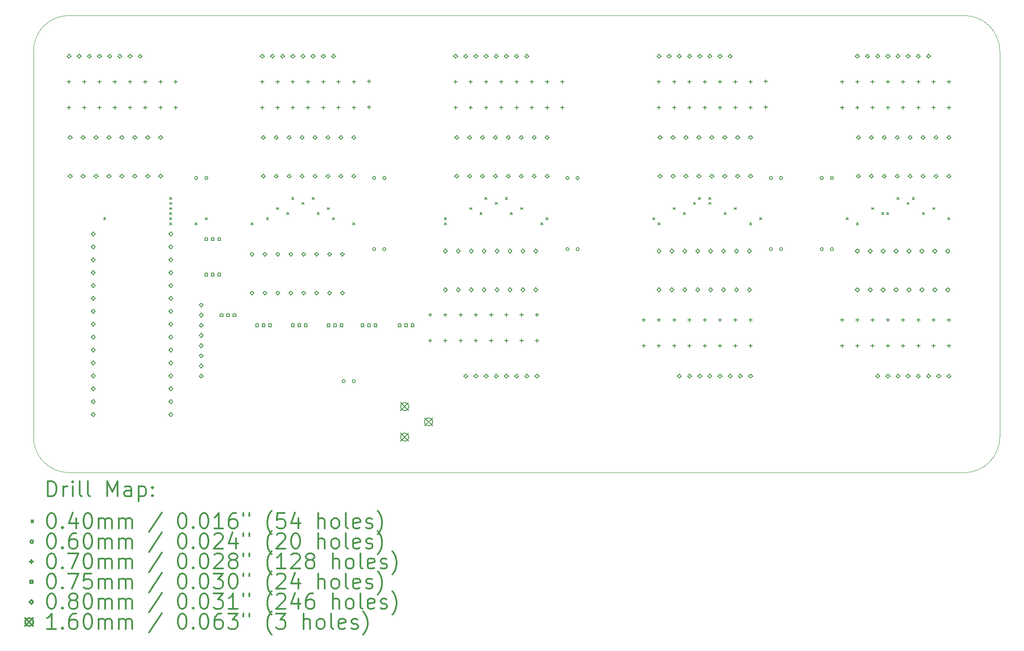
<source format=gbr>
%FSLAX45Y45*%
G04 Gerber Fmt 4.5, Leading zero omitted, Abs format (unit mm)*
G04 Created by KiCad (PCBNEW (5.1.4-0-10_14)) date 2019-12-08 14:58:05*
%MOMM*%
%LPD*%
G04 APERTURE LIST*
%ADD10C,0.050000*%
%ADD11C,0.200000*%
%ADD12C,0.300000*%
G04 APERTURE END LIST*
D10*
X21000000Y-10300000D02*
G75*
G02X20300000Y-11000000I-700000J0D01*
G01*
X2700000Y-11000000D02*
G75*
G02X2000000Y-10300000I0J700000D01*
G01*
X2000000Y-2700000D02*
G75*
G02X2700000Y-2000000I700000J0D01*
G01*
X20300000Y-2000000D02*
G75*
G02X21000000Y-2700000I0J-700000D01*
G01*
X2000000Y-10300000D02*
X2000000Y-2700000D01*
X20300000Y-11000000D02*
X2700000Y-11000000D01*
X21000000Y-2700000D02*
X21000000Y-10300000D01*
X2700000Y-2000000D02*
X20300000Y-2000000D01*
D11*
X3380000Y-5980000D02*
X3420000Y-6020000D01*
X3420000Y-5980000D02*
X3380000Y-6020000D01*
X4680000Y-5580000D02*
X4720000Y-5620000D01*
X4720000Y-5580000D02*
X4680000Y-5620000D01*
X4680000Y-5680000D02*
X4720000Y-5720000D01*
X4720000Y-5680000D02*
X4680000Y-5720000D01*
X4680000Y-5780000D02*
X4720000Y-5820000D01*
X4720000Y-5780000D02*
X4680000Y-5820000D01*
X4680000Y-5880000D02*
X4720000Y-5920000D01*
X4720000Y-5880000D02*
X4680000Y-5920000D01*
X4680000Y-5980000D02*
X4720000Y-6020000D01*
X4720000Y-5980000D02*
X4680000Y-6020000D01*
X4680000Y-6080000D02*
X4720000Y-6120000D01*
X4720000Y-6080000D02*
X4680000Y-6120000D01*
X5180000Y-6080000D02*
X5220000Y-6120000D01*
X5220000Y-6080000D02*
X5180000Y-6120000D01*
X5380000Y-5980000D02*
X5420000Y-6020000D01*
X5420000Y-5980000D02*
X5380000Y-6020000D01*
X6280000Y-6080000D02*
X6320000Y-6120000D01*
X6320000Y-6080000D02*
X6280000Y-6120000D01*
X6580000Y-5980000D02*
X6620000Y-6020000D01*
X6620000Y-5980000D02*
X6580000Y-6020000D01*
X6780000Y-5780000D02*
X6820000Y-5820000D01*
X6820000Y-5780000D02*
X6780000Y-5820000D01*
X6980000Y-5880000D02*
X7020000Y-5920000D01*
X7020000Y-5880000D02*
X6980000Y-5920000D01*
X7080000Y-5580000D02*
X7120000Y-5620000D01*
X7120000Y-5580000D02*
X7080000Y-5620000D01*
X7280000Y-5680000D02*
X7320000Y-5720000D01*
X7320000Y-5680000D02*
X7280000Y-5720000D01*
X7480000Y-5580000D02*
X7520000Y-5620000D01*
X7520000Y-5580000D02*
X7480000Y-5620000D01*
X7580000Y-5880000D02*
X7620000Y-5920000D01*
X7620000Y-5880000D02*
X7580000Y-5920000D01*
X7780000Y-5780000D02*
X7820000Y-5820000D01*
X7820000Y-5780000D02*
X7780000Y-5820000D01*
X7880000Y-5980000D02*
X7920000Y-6020000D01*
X7920000Y-5980000D02*
X7880000Y-6020000D01*
X8280000Y-6080000D02*
X8320000Y-6120000D01*
X8320000Y-6080000D02*
X8280000Y-6120000D01*
X10080000Y-5980000D02*
X10120000Y-6020000D01*
X10120000Y-5980000D02*
X10080000Y-6020000D01*
X10080000Y-6080000D02*
X10120000Y-6120000D01*
X10120000Y-6080000D02*
X10080000Y-6120000D01*
X10580000Y-5780000D02*
X10620000Y-5820000D01*
X10620000Y-5780000D02*
X10580000Y-5820000D01*
X10780000Y-5880000D02*
X10820000Y-5920000D01*
X10820000Y-5880000D02*
X10780000Y-5920000D01*
X10880000Y-5580000D02*
X10920000Y-5620000D01*
X10920000Y-5580000D02*
X10880000Y-5620000D01*
X11080000Y-5680000D02*
X11120000Y-5720000D01*
X11120000Y-5680000D02*
X11080000Y-5720000D01*
X11280000Y-5580000D02*
X11320000Y-5620000D01*
X11320000Y-5580000D02*
X11280000Y-5620000D01*
X11380000Y-5880000D02*
X11420000Y-5920000D01*
X11420000Y-5880000D02*
X11380000Y-5920000D01*
X11580000Y-5780000D02*
X11620000Y-5820000D01*
X11620000Y-5780000D02*
X11580000Y-5820000D01*
X11980000Y-6080000D02*
X12020000Y-6120000D01*
X12020000Y-6080000D02*
X11980000Y-6120000D01*
X12080000Y-5980000D02*
X12120000Y-6020000D01*
X12120000Y-5980000D02*
X12080000Y-6020000D01*
X14180000Y-5980000D02*
X14220000Y-6020000D01*
X14220000Y-5980000D02*
X14180000Y-6020000D01*
X14280000Y-6080000D02*
X14320000Y-6120000D01*
X14320000Y-6080000D02*
X14280000Y-6120000D01*
X14580000Y-5780000D02*
X14620000Y-5820000D01*
X14620000Y-5780000D02*
X14580000Y-5820000D01*
X14780000Y-5880000D02*
X14820000Y-5920000D01*
X14820000Y-5880000D02*
X14780000Y-5920000D01*
X14980000Y-5680000D02*
X15020000Y-5720000D01*
X15020000Y-5680000D02*
X14980000Y-5720000D01*
X15080000Y-5580000D02*
X15120000Y-5620000D01*
X15120000Y-5580000D02*
X15080000Y-5620000D01*
X15280000Y-5580000D02*
X15320000Y-5620000D01*
X15320000Y-5580000D02*
X15280000Y-5620000D01*
X15280000Y-5680000D02*
X15320000Y-5720000D01*
X15320000Y-5680000D02*
X15280000Y-5720000D01*
X15580000Y-5880000D02*
X15620000Y-5920000D01*
X15620000Y-5880000D02*
X15580000Y-5920000D01*
X15780000Y-5780000D02*
X15820000Y-5820000D01*
X15820000Y-5780000D02*
X15780000Y-5820000D01*
X16080000Y-6080000D02*
X16120000Y-6120000D01*
X16120000Y-6080000D02*
X16080000Y-6120000D01*
X16280000Y-5980000D02*
X16320000Y-6020000D01*
X16320000Y-5980000D02*
X16280000Y-6020000D01*
X17980000Y-5980000D02*
X18020000Y-6020000D01*
X18020000Y-5980000D02*
X17980000Y-6020000D01*
X18180000Y-6080000D02*
X18220000Y-6120000D01*
X18220000Y-6080000D02*
X18180000Y-6120000D01*
X18480000Y-5780000D02*
X18520000Y-5820000D01*
X18520000Y-5780000D02*
X18480000Y-5820000D01*
X18680000Y-5880000D02*
X18720000Y-5920000D01*
X18720000Y-5880000D02*
X18680000Y-5920000D01*
X18780000Y-5880000D02*
X18820000Y-5920000D01*
X18820000Y-5880000D02*
X18780000Y-5920000D01*
X18980000Y-5580000D02*
X19020000Y-5620000D01*
X19020000Y-5580000D02*
X18980000Y-5620000D01*
X19180000Y-5680000D02*
X19220000Y-5720000D01*
X19220000Y-5680000D02*
X19180000Y-5720000D01*
X19280000Y-5580000D02*
X19320000Y-5620000D01*
X19320000Y-5580000D02*
X19280000Y-5620000D01*
X19480000Y-5880000D02*
X19520000Y-5920000D01*
X19520000Y-5880000D02*
X19480000Y-5920000D01*
X19680000Y-5780000D02*
X19720000Y-5820000D01*
X19720000Y-5780000D02*
X19680000Y-5820000D01*
X19980000Y-5980000D02*
X20020000Y-6020000D01*
X20020000Y-5980000D02*
X19980000Y-6020000D01*
X17530000Y-6600000D02*
G75*
G03X17530000Y-6600000I-30000J0D01*
G01*
X17730000Y-6600000D02*
G75*
G03X17730000Y-6600000I-30000J0D01*
G01*
X16530000Y-5200000D02*
G75*
G03X16530000Y-5200000I-30000J0D01*
G01*
X16730000Y-5200000D02*
G75*
G03X16730000Y-5200000I-30000J0D01*
G01*
X16530000Y-6600000D02*
G75*
G03X16530000Y-6600000I-30000J0D01*
G01*
X16730000Y-6600000D02*
G75*
G03X16730000Y-6600000I-30000J0D01*
G01*
X17530000Y-5200000D02*
G75*
G03X17530000Y-5200000I-30000J0D01*
G01*
X17730000Y-5200000D02*
G75*
G03X17730000Y-5200000I-30000J0D01*
G01*
X12530000Y-5200000D02*
G75*
G03X12530000Y-5200000I-30000J0D01*
G01*
X12730000Y-5200000D02*
G75*
G03X12730000Y-5200000I-30000J0D01*
G01*
X8130000Y-9200000D02*
G75*
G03X8130000Y-9200000I-30000J0D01*
G01*
X8330000Y-9200000D02*
G75*
G03X8330000Y-9200000I-30000J0D01*
G01*
X8730000Y-5200000D02*
G75*
G03X8730000Y-5200000I-30000J0D01*
G01*
X8930000Y-5200000D02*
G75*
G03X8930000Y-5200000I-30000J0D01*
G01*
X8730000Y-6600000D02*
G75*
G03X8730000Y-6600000I-30000J0D01*
G01*
X8930000Y-6600000D02*
G75*
G03X8930000Y-6600000I-30000J0D01*
G01*
X12530000Y-6600000D02*
G75*
G03X12530000Y-6600000I-30000J0D01*
G01*
X12730000Y-6600000D02*
G75*
G03X12730000Y-6600000I-30000J0D01*
G01*
X5230000Y-5200000D02*
G75*
G03X5230000Y-5200000I-30000J0D01*
G01*
X5430000Y-5200000D02*
G75*
G03X5430000Y-5200000I-30000J0D01*
G01*
X12100000Y-3265000D02*
X12100000Y-3335000D01*
X12065000Y-3300000D02*
X12135000Y-3300000D01*
X12100000Y-3773000D02*
X12100000Y-3843000D01*
X12065000Y-3808000D02*
X12135000Y-3808000D01*
X11800000Y-3265000D02*
X11800000Y-3335000D01*
X11765000Y-3300000D02*
X11835000Y-3300000D01*
X11800000Y-3773000D02*
X11800000Y-3843000D01*
X11765000Y-3808000D02*
X11835000Y-3808000D01*
X11200000Y-3265000D02*
X11200000Y-3335000D01*
X11165000Y-3300000D02*
X11235000Y-3300000D01*
X11200000Y-3773000D02*
X11200000Y-3843000D01*
X11165000Y-3808000D02*
X11235000Y-3808000D01*
X11300000Y-7857000D02*
X11300000Y-7927000D01*
X11265000Y-7892000D02*
X11335000Y-7892000D01*
X11300000Y-8365000D02*
X11300000Y-8435000D01*
X11265000Y-8400000D02*
X11335000Y-8400000D01*
X3600000Y-3265000D02*
X3600000Y-3335000D01*
X3565000Y-3300000D02*
X3635000Y-3300000D01*
X3600000Y-3773000D02*
X3600000Y-3843000D01*
X3565000Y-3808000D02*
X3635000Y-3808000D01*
X14600000Y-3265000D02*
X14600000Y-3335000D01*
X14565000Y-3300000D02*
X14635000Y-3300000D01*
X14600000Y-3773000D02*
X14600000Y-3843000D01*
X14565000Y-3808000D02*
X14635000Y-3808000D01*
X10900000Y-3265000D02*
X10900000Y-3335000D01*
X10865000Y-3300000D02*
X10935000Y-3300000D01*
X10900000Y-3773000D02*
X10900000Y-3843000D01*
X10865000Y-3808000D02*
X10935000Y-3808000D01*
X8600000Y-3257000D02*
X8600000Y-3327000D01*
X8565000Y-3292000D02*
X8635000Y-3292000D01*
X8600000Y-3765000D02*
X8600000Y-3835000D01*
X8565000Y-3800000D02*
X8635000Y-3800000D01*
X15200000Y-7957000D02*
X15200000Y-8027000D01*
X15165000Y-7992000D02*
X15235000Y-7992000D01*
X15200000Y-8465000D02*
X15200000Y-8535000D01*
X15165000Y-8500000D02*
X15235000Y-8500000D01*
X10300000Y-3265000D02*
X10300000Y-3335000D01*
X10265000Y-3300000D02*
X10335000Y-3300000D01*
X10300000Y-3773000D02*
X10300000Y-3843000D01*
X10265000Y-3808000D02*
X10335000Y-3808000D01*
X11900000Y-7857000D02*
X11900000Y-7927000D01*
X11865000Y-7892000D02*
X11935000Y-7892000D01*
X11900000Y-8365000D02*
X11900000Y-8435000D01*
X11865000Y-8400000D02*
X11935000Y-8400000D01*
X11600000Y-7857000D02*
X11600000Y-7927000D01*
X11565000Y-7892000D02*
X11635000Y-7892000D01*
X11600000Y-8365000D02*
X11600000Y-8435000D01*
X11565000Y-8400000D02*
X11635000Y-8400000D01*
X15500000Y-3265000D02*
X15500000Y-3335000D01*
X15465000Y-3300000D02*
X15535000Y-3300000D01*
X19100000Y-7957000D02*
X19100000Y-8027000D01*
X19065000Y-7992000D02*
X19135000Y-7992000D01*
X19100000Y-8465000D02*
X19100000Y-8535000D01*
X19065000Y-8500000D02*
X19135000Y-8500000D01*
X18800000Y-7957000D02*
X18800000Y-8027000D01*
X18765000Y-7992000D02*
X18835000Y-7992000D01*
X18800000Y-8465000D02*
X18800000Y-8535000D01*
X18765000Y-8500000D02*
X18835000Y-8500000D01*
X7400000Y-3265000D02*
X7400000Y-3335000D01*
X7365000Y-3300000D02*
X7435000Y-3300000D01*
X7400000Y-3773000D02*
X7400000Y-3843000D01*
X7365000Y-3808000D02*
X7435000Y-3808000D01*
X10600000Y-3265000D02*
X10600000Y-3335000D01*
X10565000Y-3300000D02*
X10635000Y-3300000D01*
X10600000Y-3773000D02*
X10600000Y-3843000D01*
X10565000Y-3808000D02*
X10635000Y-3808000D01*
X10100000Y-7857000D02*
X10100000Y-7927000D01*
X10065000Y-7892000D02*
X10135000Y-7892000D01*
X17900000Y-8465000D02*
X17900000Y-8535000D01*
X17865000Y-8500000D02*
X17935000Y-8500000D01*
X4200000Y-3265000D02*
X4200000Y-3335000D01*
X4165000Y-3300000D02*
X4235000Y-3300000D01*
X10100000Y-8365000D02*
X10100000Y-8435000D01*
X10065000Y-8400000D02*
X10135000Y-8400000D01*
X17900000Y-7957000D02*
X17900000Y-8027000D01*
X17865000Y-7992000D02*
X17935000Y-7992000D01*
X20000000Y-3265000D02*
X20000000Y-3335000D01*
X19965000Y-3300000D02*
X20035000Y-3300000D01*
X20000000Y-3773000D02*
X20000000Y-3843000D01*
X19965000Y-3808000D02*
X20035000Y-3808000D01*
X14900000Y-7957000D02*
X14900000Y-8027000D01*
X14865000Y-7992000D02*
X14935000Y-7992000D01*
X4200000Y-3773000D02*
X4200000Y-3843000D01*
X4165000Y-3808000D02*
X4235000Y-3808000D01*
X15500000Y-3773000D02*
X15500000Y-3843000D01*
X15465000Y-3808000D02*
X15535000Y-3808000D01*
X16100000Y-3265000D02*
X16100000Y-3335000D01*
X16065000Y-3300000D02*
X16135000Y-3300000D01*
X16100000Y-3773000D02*
X16100000Y-3843000D01*
X16065000Y-3808000D02*
X16135000Y-3808000D01*
X14900000Y-8465000D02*
X14900000Y-8535000D01*
X14865000Y-8500000D02*
X14935000Y-8500000D01*
X2700000Y-3265000D02*
X2700000Y-3335000D01*
X2665000Y-3300000D02*
X2735000Y-3300000D01*
X7100000Y-3773000D02*
X7100000Y-3843000D01*
X7065000Y-3808000D02*
X7135000Y-3808000D01*
X19100000Y-3265000D02*
X19100000Y-3335000D01*
X19065000Y-3300000D02*
X19135000Y-3300000D01*
X19100000Y-3773000D02*
X19100000Y-3843000D01*
X19065000Y-3808000D02*
X19135000Y-3808000D01*
X7100000Y-3265000D02*
X7100000Y-3335000D01*
X7065000Y-3300000D02*
X7135000Y-3300000D01*
X2700000Y-3773000D02*
X2700000Y-3843000D01*
X2665000Y-3808000D02*
X2735000Y-3808000D01*
X15200000Y-3265000D02*
X15200000Y-3335000D01*
X15165000Y-3300000D02*
X15235000Y-3300000D01*
X15200000Y-3773000D02*
X15200000Y-3843000D01*
X15165000Y-3808000D02*
X15235000Y-3808000D01*
X15500000Y-7957000D02*
X15500000Y-8027000D01*
X15465000Y-7992000D02*
X15535000Y-7992000D01*
X15500000Y-8465000D02*
X15500000Y-8535000D01*
X15465000Y-8500000D02*
X15535000Y-8500000D01*
X4500000Y-3265000D02*
X4500000Y-3335000D01*
X4465000Y-3300000D02*
X4535000Y-3300000D01*
X4500000Y-3773000D02*
X4500000Y-3843000D01*
X4465000Y-3808000D02*
X4535000Y-3808000D01*
X14600000Y-7957000D02*
X14600000Y-8027000D01*
X14565000Y-7992000D02*
X14635000Y-7992000D01*
X14600000Y-8465000D02*
X14600000Y-8535000D01*
X14565000Y-8500000D02*
X14635000Y-8500000D01*
X4800000Y-3265000D02*
X4800000Y-3335000D01*
X4765000Y-3300000D02*
X4835000Y-3300000D01*
X4800000Y-3773000D02*
X4800000Y-3843000D01*
X4765000Y-3808000D02*
X4835000Y-3808000D01*
X12400000Y-3265000D02*
X12400000Y-3335000D01*
X12365000Y-3300000D02*
X12435000Y-3300000D01*
X12400000Y-3773000D02*
X12400000Y-3843000D01*
X12365000Y-3808000D02*
X12435000Y-3808000D01*
X9800000Y-7857000D02*
X9800000Y-7927000D01*
X9765000Y-7892000D02*
X9835000Y-7892000D01*
X9800000Y-8365000D02*
X9800000Y-8435000D01*
X9765000Y-8400000D02*
X9835000Y-8400000D01*
X20000000Y-7957000D02*
X20000000Y-8027000D01*
X19965000Y-7992000D02*
X20035000Y-7992000D01*
X20000000Y-8465000D02*
X20000000Y-8535000D01*
X19965000Y-8500000D02*
X20035000Y-8500000D01*
X14300000Y-8465000D02*
X14300000Y-8535000D01*
X14265000Y-8500000D02*
X14335000Y-8500000D01*
X19700000Y-3265000D02*
X19700000Y-3335000D01*
X19665000Y-3300000D02*
X19735000Y-3300000D01*
X7700000Y-3265000D02*
X7700000Y-3335000D01*
X7665000Y-3300000D02*
X7735000Y-3300000D01*
X19700000Y-8465000D02*
X19700000Y-8535000D01*
X19665000Y-8500000D02*
X19735000Y-8500000D01*
X19700000Y-3773000D02*
X19700000Y-3843000D01*
X19665000Y-3808000D02*
X19735000Y-3808000D01*
X7700000Y-3773000D02*
X7700000Y-3843000D01*
X7665000Y-3808000D02*
X7735000Y-3808000D01*
X19700000Y-7957000D02*
X19700000Y-8027000D01*
X19665000Y-7992000D02*
X19735000Y-7992000D01*
X15800000Y-3265000D02*
X15800000Y-3335000D01*
X15765000Y-3300000D02*
X15835000Y-3300000D01*
X15800000Y-3773000D02*
X15800000Y-3843000D01*
X15765000Y-3808000D02*
X15835000Y-3808000D01*
X3900000Y-3265000D02*
X3900000Y-3335000D01*
X3865000Y-3300000D02*
X3935000Y-3300000D01*
X3900000Y-3773000D02*
X3900000Y-3843000D01*
X3865000Y-3808000D02*
X3935000Y-3808000D01*
X14900000Y-3265000D02*
X14900000Y-3335000D01*
X14865000Y-3300000D02*
X14935000Y-3300000D01*
X14900000Y-3773000D02*
X14900000Y-3843000D01*
X14865000Y-3808000D02*
X14935000Y-3808000D01*
X10400000Y-7857000D02*
X10400000Y-7927000D01*
X10365000Y-7892000D02*
X10435000Y-7892000D01*
X10400000Y-8365000D02*
X10400000Y-8435000D01*
X10365000Y-8400000D02*
X10435000Y-8400000D01*
X14300000Y-7957000D02*
X14300000Y-8027000D01*
X14265000Y-7992000D02*
X14335000Y-7992000D01*
X3000000Y-3265000D02*
X3000000Y-3335000D01*
X2965000Y-3300000D02*
X3035000Y-3300000D01*
X15800000Y-7957000D02*
X15800000Y-8027000D01*
X15765000Y-7992000D02*
X15835000Y-7992000D01*
X15800000Y-8465000D02*
X15800000Y-8535000D01*
X15765000Y-8500000D02*
X15835000Y-8500000D01*
X19400000Y-7957000D02*
X19400000Y-8027000D01*
X19365000Y-7992000D02*
X19435000Y-7992000D01*
X19400000Y-8465000D02*
X19400000Y-8535000D01*
X19365000Y-8500000D02*
X19435000Y-8500000D01*
X18500000Y-7957000D02*
X18500000Y-8027000D01*
X18465000Y-7992000D02*
X18535000Y-7992000D01*
X18500000Y-8465000D02*
X18500000Y-8535000D01*
X18465000Y-8500000D02*
X18535000Y-8500000D01*
X16400000Y-3257000D02*
X16400000Y-3327000D01*
X16365000Y-3292000D02*
X16435000Y-3292000D01*
X16400000Y-3765000D02*
X16400000Y-3835000D01*
X16365000Y-3800000D02*
X16435000Y-3800000D01*
X18200000Y-7957000D02*
X18200000Y-8027000D01*
X18165000Y-7992000D02*
X18235000Y-7992000D01*
X18200000Y-8465000D02*
X18200000Y-8535000D01*
X18165000Y-8500000D02*
X18235000Y-8500000D01*
X6500000Y-3773000D02*
X6500000Y-3843000D01*
X6465000Y-3808000D02*
X6535000Y-3808000D01*
X3000000Y-3773000D02*
X3000000Y-3843000D01*
X2965000Y-3808000D02*
X3035000Y-3808000D01*
X18500000Y-3265000D02*
X18500000Y-3335000D01*
X18465000Y-3300000D02*
X18535000Y-3300000D01*
X14000000Y-8465000D02*
X14000000Y-8535000D01*
X13965000Y-8500000D02*
X14035000Y-8500000D01*
X14300000Y-3265000D02*
X14300000Y-3335000D01*
X14265000Y-3300000D02*
X14335000Y-3300000D01*
X14300000Y-3773000D02*
X14300000Y-3843000D01*
X14265000Y-3808000D02*
X14335000Y-3808000D01*
X16100000Y-7957000D02*
X16100000Y-8027000D01*
X16065000Y-7992000D02*
X16135000Y-7992000D01*
X16100000Y-8465000D02*
X16100000Y-8535000D01*
X16065000Y-8500000D02*
X16135000Y-8500000D01*
X14000000Y-7957000D02*
X14000000Y-8027000D01*
X13965000Y-7992000D02*
X14035000Y-7992000D01*
X10700000Y-7857000D02*
X10700000Y-7927000D01*
X10665000Y-7892000D02*
X10735000Y-7892000D01*
X10700000Y-8365000D02*
X10700000Y-8435000D01*
X10665000Y-8400000D02*
X10735000Y-8400000D01*
X11500000Y-3265000D02*
X11500000Y-3335000D01*
X11465000Y-3300000D02*
X11535000Y-3300000D01*
X11500000Y-3773000D02*
X11500000Y-3843000D01*
X11465000Y-3808000D02*
X11535000Y-3808000D01*
X3300000Y-3265000D02*
X3300000Y-3335000D01*
X3265000Y-3300000D02*
X3335000Y-3300000D01*
X3300000Y-3773000D02*
X3300000Y-3843000D01*
X3265000Y-3808000D02*
X3335000Y-3808000D01*
X8000000Y-3265000D02*
X8000000Y-3335000D01*
X7965000Y-3300000D02*
X8035000Y-3300000D01*
X8000000Y-3773000D02*
X8000000Y-3843000D01*
X7965000Y-3808000D02*
X8035000Y-3808000D01*
X6500000Y-3265000D02*
X6500000Y-3335000D01*
X6465000Y-3300000D02*
X6535000Y-3300000D01*
X11000000Y-7857000D02*
X11000000Y-7927000D01*
X10965000Y-7892000D02*
X11035000Y-7892000D01*
X11000000Y-8365000D02*
X11000000Y-8435000D01*
X10965000Y-8400000D02*
X11035000Y-8400000D01*
X6800000Y-3265000D02*
X6800000Y-3335000D01*
X6765000Y-3300000D02*
X6835000Y-3300000D01*
X17900000Y-3265000D02*
X17900000Y-3335000D01*
X17865000Y-3300000D02*
X17935000Y-3300000D01*
X17900000Y-3773000D02*
X17900000Y-3843000D01*
X17865000Y-3808000D02*
X17935000Y-3808000D01*
X18200000Y-3265000D02*
X18200000Y-3335000D01*
X18165000Y-3300000D02*
X18235000Y-3300000D01*
X18200000Y-3773000D02*
X18200000Y-3843000D01*
X18165000Y-3808000D02*
X18235000Y-3808000D01*
X6800000Y-3773000D02*
X6800000Y-3843000D01*
X6765000Y-3808000D02*
X6835000Y-3808000D01*
X18500000Y-3773000D02*
X18500000Y-3843000D01*
X18465000Y-3808000D02*
X18535000Y-3808000D01*
X18800000Y-3265000D02*
X18800000Y-3335000D01*
X18765000Y-3300000D02*
X18835000Y-3300000D01*
X18800000Y-3773000D02*
X18800000Y-3843000D01*
X18765000Y-3808000D02*
X18835000Y-3808000D01*
X19400000Y-3265000D02*
X19400000Y-3335000D01*
X19365000Y-3300000D02*
X19435000Y-3300000D01*
X19400000Y-3773000D02*
X19400000Y-3843000D01*
X19365000Y-3808000D02*
X19435000Y-3808000D01*
X8300000Y-3265000D02*
X8300000Y-3335000D01*
X8265000Y-3300000D02*
X8335000Y-3300000D01*
X8300000Y-3773000D02*
X8300000Y-3843000D01*
X8265000Y-3808000D02*
X8335000Y-3808000D01*
X8499517Y-8126517D02*
X8499517Y-8073483D01*
X8446483Y-8073483D01*
X8446483Y-8126517D01*
X8499517Y-8126517D01*
X8626517Y-8126517D02*
X8626517Y-8073483D01*
X8573483Y-8073483D01*
X8573483Y-8126517D01*
X8626517Y-8126517D01*
X8753517Y-8126517D02*
X8753517Y-8073483D01*
X8700483Y-8073483D01*
X8700483Y-8126517D01*
X8753517Y-8126517D01*
X7826517Y-8126517D02*
X7826517Y-8073483D01*
X7773483Y-8073483D01*
X7773483Y-8126517D01*
X7826517Y-8126517D01*
X7953517Y-8126517D02*
X7953517Y-8073483D01*
X7900483Y-8073483D01*
X7900483Y-8126517D01*
X7953517Y-8126517D01*
X8080517Y-8126517D02*
X8080517Y-8073483D01*
X8027483Y-8073483D01*
X8027483Y-8126517D01*
X8080517Y-8126517D01*
X9226517Y-8126517D02*
X9226517Y-8073483D01*
X9173483Y-8073483D01*
X9173483Y-8126517D01*
X9226517Y-8126517D01*
X9353517Y-8126517D02*
X9353517Y-8073483D01*
X9300483Y-8073483D01*
X9300483Y-8126517D01*
X9353517Y-8126517D01*
X9480517Y-8126517D02*
X9480517Y-8073483D01*
X9427483Y-8073483D01*
X9427483Y-8126517D01*
X9480517Y-8126517D01*
X7126517Y-8126517D02*
X7126517Y-8073483D01*
X7073483Y-8073483D01*
X7073483Y-8126517D01*
X7126517Y-8126517D01*
X7253517Y-8126517D02*
X7253517Y-8073483D01*
X7200483Y-8073483D01*
X7200483Y-8126517D01*
X7253517Y-8126517D01*
X7380517Y-8126517D02*
X7380517Y-8073483D01*
X7327483Y-8073483D01*
X7327483Y-8126517D01*
X7380517Y-8126517D01*
X5726517Y-7926517D02*
X5726517Y-7873483D01*
X5673483Y-7873483D01*
X5673483Y-7926517D01*
X5726517Y-7926517D01*
X5853517Y-7926517D02*
X5853517Y-7873483D01*
X5800483Y-7873483D01*
X5800483Y-7926517D01*
X5853517Y-7926517D01*
X5980517Y-7926517D02*
X5980517Y-7873483D01*
X5927483Y-7873483D01*
X5927483Y-7926517D01*
X5980517Y-7926517D01*
X5426517Y-6426517D02*
X5426517Y-6373483D01*
X5373483Y-6373483D01*
X5373483Y-6426517D01*
X5426517Y-6426517D01*
X5553517Y-6426517D02*
X5553517Y-6373483D01*
X5500483Y-6373483D01*
X5500483Y-6426517D01*
X5553517Y-6426517D01*
X5680517Y-6426517D02*
X5680517Y-6373483D01*
X5627483Y-6373483D01*
X5627483Y-6426517D01*
X5680517Y-6426517D01*
X6426517Y-8126517D02*
X6426517Y-8073483D01*
X6373483Y-8073483D01*
X6373483Y-8126517D01*
X6426517Y-8126517D01*
X6553517Y-8126517D02*
X6553517Y-8073483D01*
X6500483Y-8073483D01*
X6500483Y-8126517D01*
X6553517Y-8126517D01*
X6680517Y-8126517D02*
X6680517Y-8073483D01*
X6627483Y-8073483D01*
X6627483Y-8126517D01*
X6680517Y-8126517D01*
X5426517Y-7126517D02*
X5426517Y-7073483D01*
X5373483Y-7073483D01*
X5373483Y-7126517D01*
X5426517Y-7126517D01*
X5553517Y-7126517D02*
X5553517Y-7073483D01*
X5500483Y-7073483D01*
X5500483Y-7126517D01*
X5553517Y-7126517D01*
X5680517Y-7126517D02*
X5680517Y-7073483D01*
X5627483Y-7073483D01*
X5627483Y-7126517D01*
X5680517Y-7126517D01*
X10322000Y-5202000D02*
X10362000Y-5162000D01*
X10322000Y-5122000D01*
X10282000Y-5162000D01*
X10322000Y-5202000D01*
X10576000Y-5202000D02*
X10616000Y-5162000D01*
X10576000Y-5122000D01*
X10536000Y-5162000D01*
X10576000Y-5202000D01*
X10830000Y-5202000D02*
X10870000Y-5162000D01*
X10830000Y-5122000D01*
X10790000Y-5162000D01*
X10830000Y-5202000D01*
X11084000Y-4440000D02*
X11124000Y-4400000D01*
X11084000Y-4360000D01*
X11044000Y-4400000D01*
X11084000Y-4440000D01*
X11084000Y-5202000D02*
X11124000Y-5162000D01*
X11084000Y-5122000D01*
X11044000Y-5162000D01*
X11084000Y-5202000D01*
X11338000Y-4440000D02*
X11378000Y-4400000D01*
X11338000Y-4360000D01*
X11298000Y-4400000D01*
X11338000Y-4440000D01*
X11338000Y-5202000D02*
X11378000Y-5162000D01*
X11338000Y-5122000D01*
X11298000Y-5162000D01*
X11338000Y-5202000D01*
X11592000Y-4440000D02*
X11632000Y-4400000D01*
X11592000Y-4360000D01*
X11552000Y-4400000D01*
X11592000Y-4440000D01*
X11846000Y-4440000D02*
X11886000Y-4400000D01*
X11846000Y-4360000D01*
X11806000Y-4400000D01*
X11846000Y-4440000D01*
X12100000Y-4440000D02*
X12140000Y-4400000D01*
X12100000Y-4360000D01*
X12060000Y-4400000D01*
X12100000Y-4440000D01*
X6500000Y-2840000D02*
X6540000Y-2800000D01*
X6500000Y-2760000D01*
X6460000Y-2800000D01*
X6500000Y-2840000D01*
X6700000Y-2840000D02*
X6740000Y-2800000D01*
X6700000Y-2760000D01*
X6660000Y-2800000D01*
X6700000Y-2840000D01*
X6900000Y-2840000D02*
X6940000Y-2800000D01*
X6900000Y-2760000D01*
X6860000Y-2800000D01*
X6900000Y-2840000D01*
X7100000Y-2840000D02*
X7140000Y-2800000D01*
X7100000Y-2760000D01*
X7060000Y-2800000D01*
X7100000Y-2840000D01*
X7300000Y-2840000D02*
X7340000Y-2800000D01*
X7300000Y-2760000D01*
X7260000Y-2800000D01*
X7300000Y-2840000D01*
X7500000Y-2840000D02*
X7540000Y-2800000D01*
X7500000Y-2760000D01*
X7460000Y-2800000D01*
X7500000Y-2840000D01*
X7700000Y-2840000D02*
X7740000Y-2800000D01*
X7700000Y-2760000D01*
X7660000Y-2800000D01*
X7700000Y-2840000D01*
X7900000Y-2840000D02*
X7940000Y-2800000D01*
X7900000Y-2760000D01*
X7860000Y-2800000D01*
X7900000Y-2840000D01*
X10322000Y-4440000D02*
X10362000Y-4400000D01*
X10322000Y-4360000D01*
X10282000Y-4400000D01*
X10322000Y-4440000D01*
X10576000Y-4440000D02*
X10616000Y-4400000D01*
X10576000Y-4360000D01*
X10536000Y-4400000D01*
X10576000Y-4440000D01*
X10830000Y-4440000D02*
X10870000Y-4400000D01*
X10830000Y-4360000D01*
X10790000Y-4400000D01*
X10830000Y-4440000D01*
X11592000Y-5202000D02*
X11632000Y-5162000D01*
X11592000Y-5122000D01*
X11552000Y-5162000D01*
X11592000Y-5202000D01*
X12100000Y-5202000D02*
X12140000Y-5162000D01*
X12100000Y-5122000D01*
X12060000Y-5162000D01*
X12100000Y-5202000D01*
X10300000Y-2840000D02*
X10340000Y-2800000D01*
X10300000Y-2760000D01*
X10260000Y-2800000D01*
X10300000Y-2840000D01*
X3176000Y-8880000D02*
X3216000Y-8840000D01*
X3176000Y-8800000D01*
X3136000Y-8840000D01*
X3176000Y-8880000D01*
X10500000Y-2840000D02*
X10540000Y-2800000D01*
X10500000Y-2760000D01*
X10460000Y-2800000D01*
X10500000Y-2840000D01*
X10700000Y-2840000D02*
X10740000Y-2800000D01*
X10700000Y-2760000D01*
X10660000Y-2800000D01*
X10700000Y-2840000D01*
X10900000Y-2840000D02*
X10940000Y-2800000D01*
X10900000Y-2760000D01*
X10860000Y-2800000D01*
X10900000Y-2840000D01*
X11100000Y-2840000D02*
X11140000Y-2800000D01*
X11100000Y-2760000D01*
X11060000Y-2800000D01*
X11100000Y-2840000D01*
X11300000Y-2840000D02*
X11340000Y-2800000D01*
X11300000Y-2760000D01*
X11260000Y-2800000D01*
X11300000Y-2840000D01*
X11500000Y-2840000D02*
X11540000Y-2800000D01*
X11500000Y-2760000D01*
X11460000Y-2800000D01*
X11500000Y-2840000D01*
X11700000Y-2840000D02*
X11740000Y-2800000D01*
X11700000Y-2760000D01*
X11660000Y-2800000D01*
X11700000Y-2840000D01*
X14300000Y-2840000D02*
X14340000Y-2800000D01*
X14300000Y-2760000D01*
X14260000Y-2800000D01*
X14300000Y-2840000D01*
X14500000Y-2840000D02*
X14540000Y-2800000D01*
X14500000Y-2760000D01*
X14460000Y-2800000D01*
X14500000Y-2840000D01*
X14700000Y-2840000D02*
X14740000Y-2800000D01*
X14700000Y-2760000D01*
X14660000Y-2800000D01*
X14700000Y-2840000D01*
X14900000Y-2840000D02*
X14940000Y-2800000D01*
X14900000Y-2760000D01*
X14860000Y-2800000D01*
X14900000Y-2840000D01*
X15100000Y-2840000D02*
X15140000Y-2800000D01*
X15100000Y-2760000D01*
X15060000Y-2800000D01*
X15100000Y-2840000D01*
X15300000Y-2840000D02*
X15340000Y-2800000D01*
X15300000Y-2760000D01*
X15260000Y-2800000D01*
X15300000Y-2840000D01*
X4700000Y-8118000D02*
X4740000Y-8078000D01*
X4700000Y-8038000D01*
X4660000Y-8078000D01*
X4700000Y-8118000D01*
X3176000Y-6340000D02*
X3216000Y-6300000D01*
X3176000Y-6260000D01*
X3136000Y-6300000D01*
X3176000Y-6340000D01*
X3176000Y-6594000D02*
X3216000Y-6554000D01*
X3176000Y-6514000D01*
X3136000Y-6554000D01*
X3176000Y-6594000D01*
X3176000Y-6848000D02*
X3216000Y-6808000D01*
X3176000Y-6768000D01*
X3136000Y-6808000D01*
X3176000Y-6848000D01*
X3176000Y-7102000D02*
X3216000Y-7062000D01*
X3176000Y-7022000D01*
X3136000Y-7062000D01*
X3176000Y-7102000D01*
X3176000Y-7356000D02*
X3216000Y-7316000D01*
X3176000Y-7276000D01*
X3136000Y-7316000D01*
X3176000Y-7356000D01*
X3176000Y-7610000D02*
X3216000Y-7570000D01*
X3176000Y-7530000D01*
X3136000Y-7570000D01*
X3176000Y-7610000D01*
X3176000Y-7864000D02*
X3216000Y-7824000D01*
X3176000Y-7784000D01*
X3136000Y-7824000D01*
X3176000Y-7864000D01*
X3176000Y-8118000D02*
X3216000Y-8078000D01*
X3176000Y-8038000D01*
X3136000Y-8078000D01*
X3176000Y-8118000D01*
X3176000Y-8372000D02*
X3216000Y-8332000D01*
X3176000Y-8292000D01*
X3136000Y-8332000D01*
X3176000Y-8372000D01*
X3176000Y-8626000D02*
X3216000Y-8586000D01*
X3176000Y-8546000D01*
X3136000Y-8586000D01*
X3176000Y-8626000D01*
X3176000Y-9134000D02*
X3216000Y-9094000D01*
X3176000Y-9054000D01*
X3136000Y-9094000D01*
X3176000Y-9134000D01*
X3176000Y-9388000D02*
X3216000Y-9348000D01*
X3176000Y-9308000D01*
X3136000Y-9348000D01*
X3176000Y-9388000D01*
X3176000Y-9642000D02*
X3216000Y-9602000D01*
X3176000Y-9562000D01*
X3136000Y-9602000D01*
X3176000Y-9642000D01*
X3176000Y-9896000D02*
X3216000Y-9856000D01*
X3176000Y-9816000D01*
X3136000Y-9856000D01*
X3176000Y-9896000D01*
X4700000Y-6340000D02*
X4740000Y-6300000D01*
X4700000Y-6260000D01*
X4660000Y-6300000D01*
X4700000Y-6340000D01*
X4700000Y-6594000D02*
X4740000Y-6554000D01*
X4700000Y-6514000D01*
X4660000Y-6554000D01*
X4700000Y-6594000D01*
X4700000Y-6848000D02*
X4740000Y-6808000D01*
X4700000Y-6768000D01*
X4660000Y-6808000D01*
X4700000Y-6848000D01*
X4700000Y-7610000D02*
X4740000Y-7570000D01*
X4700000Y-7530000D01*
X4660000Y-7570000D01*
X4700000Y-7610000D01*
X4700000Y-7864000D02*
X4740000Y-7824000D01*
X4700000Y-7784000D01*
X4660000Y-7824000D01*
X4700000Y-7864000D01*
X15500000Y-2840000D02*
X15540000Y-2800000D01*
X15500000Y-2760000D01*
X15460000Y-2800000D01*
X15500000Y-2840000D01*
X15700000Y-2840000D02*
X15740000Y-2800000D01*
X15700000Y-2760000D01*
X15660000Y-2800000D01*
X15700000Y-2840000D01*
X4700000Y-7102000D02*
X4740000Y-7062000D01*
X4700000Y-7022000D01*
X4660000Y-7062000D01*
X4700000Y-7102000D01*
X4700000Y-7356000D02*
X4740000Y-7316000D01*
X4700000Y-7276000D01*
X4660000Y-7316000D01*
X4700000Y-7356000D01*
X4700000Y-8372000D02*
X4740000Y-8332000D01*
X4700000Y-8292000D01*
X4660000Y-8332000D01*
X4700000Y-8372000D01*
X4700000Y-8626000D02*
X4740000Y-8586000D01*
X4700000Y-8546000D01*
X4660000Y-8586000D01*
X4700000Y-8626000D01*
X4700000Y-8880000D02*
X4740000Y-8840000D01*
X4700000Y-8800000D01*
X4660000Y-8840000D01*
X4700000Y-8880000D01*
X4700000Y-9134000D02*
X4740000Y-9094000D01*
X4700000Y-9054000D01*
X4660000Y-9094000D01*
X4700000Y-9134000D01*
X4700000Y-9388000D02*
X4740000Y-9348000D01*
X4700000Y-9308000D01*
X4660000Y-9348000D01*
X4700000Y-9388000D01*
X4700000Y-9642000D02*
X4740000Y-9602000D01*
X4700000Y-9562000D01*
X4660000Y-9602000D01*
X4700000Y-9642000D01*
X4700000Y-9896000D02*
X4740000Y-9856000D01*
X4700000Y-9816000D01*
X4660000Y-9856000D01*
X4700000Y-9896000D01*
X10100000Y-6678000D02*
X10140000Y-6638000D01*
X10100000Y-6598000D01*
X10060000Y-6638000D01*
X10100000Y-6678000D01*
X10100000Y-7440000D02*
X10140000Y-7400000D01*
X10100000Y-7360000D01*
X10060000Y-7400000D01*
X10100000Y-7440000D01*
X10354000Y-6678000D02*
X10394000Y-6638000D01*
X10354000Y-6598000D01*
X10314000Y-6638000D01*
X10354000Y-6678000D01*
X10354000Y-7440000D02*
X10394000Y-7400000D01*
X10354000Y-7360000D01*
X10314000Y-7400000D01*
X10354000Y-7440000D01*
X10608000Y-6678000D02*
X10648000Y-6638000D01*
X10608000Y-6598000D01*
X10568000Y-6638000D01*
X10608000Y-6678000D01*
X10608000Y-7440000D02*
X10648000Y-7400000D01*
X10608000Y-7360000D01*
X10568000Y-7400000D01*
X10608000Y-7440000D01*
X10862000Y-6678000D02*
X10902000Y-6638000D01*
X10862000Y-6598000D01*
X10822000Y-6638000D01*
X10862000Y-6678000D01*
X10862000Y-7440000D02*
X10902000Y-7400000D01*
X10862000Y-7360000D01*
X10822000Y-7400000D01*
X10862000Y-7440000D01*
X11116000Y-6678000D02*
X11156000Y-6638000D01*
X11116000Y-6598000D01*
X11076000Y-6638000D01*
X11116000Y-6678000D01*
X11116000Y-7440000D02*
X11156000Y-7400000D01*
X11116000Y-7360000D01*
X11076000Y-7400000D01*
X11116000Y-7440000D01*
X11370000Y-6678000D02*
X11410000Y-6638000D01*
X11370000Y-6598000D01*
X11330000Y-6638000D01*
X11370000Y-6678000D01*
X11370000Y-7440000D02*
X11410000Y-7400000D01*
X11370000Y-7360000D01*
X11330000Y-7400000D01*
X11370000Y-7440000D01*
X11846000Y-5202000D02*
X11886000Y-5162000D01*
X11846000Y-5122000D01*
X11806000Y-5162000D01*
X11846000Y-5202000D01*
X11624000Y-6678000D02*
X11664000Y-6638000D01*
X11624000Y-6598000D01*
X11584000Y-6638000D01*
X11624000Y-6678000D01*
X11878000Y-6678000D02*
X11918000Y-6638000D01*
X11878000Y-6598000D01*
X11838000Y-6638000D01*
X11878000Y-6678000D01*
X5300000Y-8140000D02*
X5340000Y-8100000D01*
X5300000Y-8060000D01*
X5260000Y-8100000D01*
X5300000Y-8140000D01*
X5300000Y-8340000D02*
X5340000Y-8300000D01*
X5300000Y-8260000D01*
X5260000Y-8300000D01*
X5300000Y-8340000D01*
X5300000Y-8540000D02*
X5340000Y-8500000D01*
X5300000Y-8460000D01*
X5260000Y-8500000D01*
X5300000Y-8540000D01*
X5300000Y-8740000D02*
X5340000Y-8700000D01*
X5300000Y-8660000D01*
X5260000Y-8700000D01*
X5300000Y-8740000D01*
X5300000Y-8940000D02*
X5340000Y-8900000D01*
X5300000Y-8860000D01*
X5260000Y-8900000D01*
X5300000Y-8940000D01*
X5300000Y-9140000D02*
X5340000Y-9100000D01*
X5300000Y-9060000D01*
X5260000Y-9100000D01*
X5300000Y-9140000D01*
X11878000Y-7440000D02*
X11918000Y-7400000D01*
X11878000Y-7360000D01*
X11838000Y-7400000D01*
X11878000Y-7440000D01*
X5300000Y-7940000D02*
X5340000Y-7900000D01*
X5300000Y-7860000D01*
X5260000Y-7900000D01*
X5300000Y-7940000D01*
X11624000Y-7440000D02*
X11664000Y-7400000D01*
X11624000Y-7360000D01*
X11584000Y-7400000D01*
X11624000Y-7440000D01*
X5300000Y-7740000D02*
X5340000Y-7700000D01*
X5300000Y-7660000D01*
X5260000Y-7700000D01*
X5300000Y-7740000D01*
X18222000Y-4440000D02*
X18262000Y-4400000D01*
X18222000Y-4360000D01*
X18182000Y-4400000D01*
X18222000Y-4440000D01*
X14300000Y-6678000D02*
X14340000Y-6638000D01*
X14300000Y-6598000D01*
X14260000Y-6638000D01*
X14300000Y-6678000D01*
X18222000Y-5202000D02*
X18262000Y-5162000D01*
X18222000Y-5122000D01*
X18182000Y-5162000D01*
X18222000Y-5202000D01*
X18476000Y-4440000D02*
X18516000Y-4400000D01*
X18476000Y-4360000D01*
X18436000Y-4400000D01*
X18476000Y-4440000D01*
X18476000Y-5202000D02*
X18516000Y-5162000D01*
X18476000Y-5122000D01*
X18436000Y-5162000D01*
X18476000Y-5202000D01*
X18730000Y-4440000D02*
X18770000Y-4400000D01*
X18730000Y-4360000D01*
X18690000Y-4400000D01*
X18730000Y-4440000D01*
X18730000Y-5202000D02*
X18770000Y-5162000D01*
X18730000Y-5122000D01*
X18690000Y-5162000D01*
X18730000Y-5202000D01*
X18984000Y-4440000D02*
X19024000Y-4400000D01*
X18984000Y-4360000D01*
X18944000Y-4400000D01*
X18984000Y-4440000D01*
X18984000Y-5202000D02*
X19024000Y-5162000D01*
X18984000Y-5122000D01*
X18944000Y-5162000D01*
X18984000Y-5202000D01*
X19238000Y-4440000D02*
X19278000Y-4400000D01*
X19238000Y-4360000D01*
X19198000Y-4400000D01*
X19238000Y-4440000D01*
X19238000Y-5202000D02*
X19278000Y-5162000D01*
X19238000Y-5122000D01*
X19198000Y-5162000D01*
X19238000Y-5202000D01*
X19492000Y-4440000D02*
X19532000Y-4400000D01*
X19492000Y-4360000D01*
X19452000Y-4400000D01*
X19492000Y-4440000D01*
X19492000Y-5202000D02*
X19532000Y-5162000D01*
X19492000Y-5122000D01*
X19452000Y-5162000D01*
X19492000Y-5202000D01*
X19746000Y-4440000D02*
X19786000Y-4400000D01*
X19746000Y-4360000D01*
X19706000Y-4400000D01*
X19746000Y-4440000D01*
X19746000Y-5202000D02*
X19786000Y-5162000D01*
X19746000Y-5122000D01*
X19706000Y-5162000D01*
X19746000Y-5202000D01*
X20000000Y-4440000D02*
X20040000Y-4400000D01*
X20000000Y-4360000D01*
X19960000Y-4400000D01*
X20000000Y-4440000D01*
X20000000Y-5202000D02*
X20040000Y-5162000D01*
X20000000Y-5122000D01*
X19960000Y-5162000D01*
X20000000Y-5202000D01*
X6300000Y-6740000D02*
X6340000Y-6700000D01*
X6300000Y-6660000D01*
X6260000Y-6700000D01*
X6300000Y-6740000D01*
X6300000Y-7502000D02*
X6340000Y-7462000D01*
X6300000Y-7422000D01*
X6260000Y-7462000D01*
X6300000Y-7502000D01*
X6554000Y-6740000D02*
X6594000Y-6700000D01*
X6554000Y-6660000D01*
X6514000Y-6700000D01*
X6554000Y-6740000D01*
X6554000Y-7502000D02*
X6594000Y-7462000D01*
X6554000Y-7422000D01*
X6514000Y-7462000D01*
X6554000Y-7502000D01*
X6808000Y-6740000D02*
X6848000Y-6700000D01*
X6808000Y-6660000D01*
X6768000Y-6700000D01*
X6808000Y-6740000D01*
X6808000Y-7502000D02*
X6848000Y-7462000D01*
X6808000Y-7422000D01*
X6768000Y-7462000D01*
X6808000Y-7502000D01*
X7062000Y-6740000D02*
X7102000Y-6700000D01*
X7062000Y-6660000D01*
X7022000Y-6700000D01*
X7062000Y-6740000D01*
X7062000Y-7502000D02*
X7102000Y-7462000D01*
X7062000Y-7422000D01*
X7022000Y-7462000D01*
X7062000Y-7502000D01*
X7316000Y-6740000D02*
X7356000Y-6700000D01*
X7316000Y-6660000D01*
X7276000Y-6700000D01*
X7316000Y-6740000D01*
X16100000Y-5202000D02*
X16140000Y-5162000D01*
X16100000Y-5122000D01*
X16060000Y-5162000D01*
X16100000Y-5202000D01*
X7316000Y-7502000D02*
X7356000Y-7462000D01*
X7316000Y-7422000D01*
X7276000Y-7462000D01*
X7316000Y-7502000D01*
X7570000Y-6740000D02*
X7610000Y-6700000D01*
X7570000Y-6660000D01*
X7530000Y-6700000D01*
X7570000Y-6740000D01*
X7570000Y-7502000D02*
X7610000Y-7462000D01*
X7570000Y-7422000D01*
X7530000Y-7462000D01*
X7570000Y-7502000D01*
X7824000Y-6740000D02*
X7864000Y-6700000D01*
X7824000Y-6660000D01*
X7784000Y-6700000D01*
X7824000Y-6740000D01*
X7824000Y-7502000D02*
X7864000Y-7462000D01*
X7824000Y-7422000D01*
X7784000Y-7462000D01*
X7824000Y-7502000D01*
X8078000Y-6740000D02*
X8118000Y-6700000D01*
X8078000Y-6660000D01*
X8038000Y-6700000D01*
X8078000Y-6740000D01*
X8078000Y-7502000D02*
X8118000Y-7462000D01*
X8078000Y-7422000D01*
X8038000Y-7462000D01*
X8078000Y-7502000D01*
X2722000Y-4440000D02*
X2762000Y-4400000D01*
X2722000Y-4360000D01*
X2682000Y-4400000D01*
X2722000Y-4440000D01*
X2722000Y-5202000D02*
X2762000Y-5162000D01*
X2722000Y-5122000D01*
X2682000Y-5162000D01*
X2722000Y-5202000D01*
X2976000Y-4440000D02*
X3016000Y-4400000D01*
X2976000Y-4360000D01*
X2936000Y-4400000D01*
X2976000Y-4440000D01*
X2976000Y-5202000D02*
X3016000Y-5162000D01*
X2976000Y-5122000D01*
X2936000Y-5162000D01*
X2976000Y-5202000D01*
X3230000Y-4440000D02*
X3270000Y-4400000D01*
X3230000Y-4360000D01*
X3190000Y-4400000D01*
X3230000Y-4440000D01*
X3230000Y-5202000D02*
X3270000Y-5162000D01*
X3230000Y-5122000D01*
X3190000Y-5162000D01*
X3230000Y-5202000D01*
X3484000Y-4440000D02*
X3524000Y-4400000D01*
X3484000Y-4360000D01*
X3444000Y-4400000D01*
X3484000Y-4440000D01*
X3484000Y-5202000D02*
X3524000Y-5162000D01*
X3484000Y-5122000D01*
X3444000Y-5162000D01*
X3484000Y-5202000D01*
X3738000Y-4440000D02*
X3778000Y-4400000D01*
X3738000Y-4360000D01*
X3698000Y-4400000D01*
X3738000Y-4440000D01*
X3738000Y-5202000D02*
X3778000Y-5162000D01*
X3738000Y-5122000D01*
X3698000Y-5162000D01*
X3738000Y-5202000D01*
X3992000Y-4440000D02*
X4032000Y-4400000D01*
X3992000Y-4360000D01*
X3952000Y-4400000D01*
X3992000Y-4440000D01*
X3992000Y-5202000D02*
X4032000Y-5162000D01*
X3992000Y-5122000D01*
X3952000Y-5162000D01*
X3992000Y-5202000D01*
X4246000Y-4440000D02*
X4286000Y-4400000D01*
X4246000Y-4360000D01*
X4206000Y-4400000D01*
X4246000Y-4440000D01*
X4246000Y-5202000D02*
X4286000Y-5162000D01*
X4246000Y-5122000D01*
X4206000Y-5162000D01*
X4246000Y-5202000D01*
X4500000Y-4440000D02*
X4540000Y-4400000D01*
X4500000Y-4360000D01*
X4460000Y-4400000D01*
X4500000Y-4440000D01*
X4500000Y-5202000D02*
X4540000Y-5162000D01*
X4500000Y-5122000D01*
X4460000Y-5162000D01*
X4500000Y-5202000D01*
X6522000Y-4440000D02*
X6562000Y-4400000D01*
X6522000Y-4360000D01*
X6482000Y-4400000D01*
X6522000Y-4440000D01*
X6522000Y-5202000D02*
X6562000Y-5162000D01*
X6522000Y-5122000D01*
X6482000Y-5162000D01*
X6522000Y-5202000D01*
X6776000Y-4440000D02*
X6816000Y-4400000D01*
X6776000Y-4360000D01*
X6736000Y-4400000D01*
X6776000Y-4440000D01*
X6776000Y-5202000D02*
X6816000Y-5162000D01*
X6776000Y-5122000D01*
X6736000Y-5162000D01*
X6776000Y-5202000D01*
X3700000Y-2840000D02*
X3740000Y-2800000D01*
X3700000Y-2760000D01*
X3660000Y-2800000D01*
X3700000Y-2840000D01*
X18200000Y-6678000D02*
X18240000Y-6638000D01*
X18200000Y-6598000D01*
X18160000Y-6638000D01*
X18200000Y-6678000D01*
X18200000Y-7440000D02*
X18240000Y-7400000D01*
X18200000Y-7360000D01*
X18160000Y-7400000D01*
X18200000Y-7440000D01*
X18454000Y-6678000D02*
X18494000Y-6638000D01*
X18454000Y-6598000D01*
X18414000Y-6638000D01*
X18454000Y-6678000D01*
X18454000Y-7440000D02*
X18494000Y-7400000D01*
X18454000Y-7360000D01*
X18414000Y-7400000D01*
X18454000Y-7440000D01*
X18708000Y-6678000D02*
X18748000Y-6638000D01*
X18708000Y-6598000D01*
X18668000Y-6638000D01*
X18708000Y-6678000D01*
X18708000Y-7440000D02*
X18748000Y-7400000D01*
X18708000Y-7360000D01*
X18668000Y-7400000D01*
X18708000Y-7440000D01*
X18962000Y-6678000D02*
X19002000Y-6638000D01*
X18962000Y-6598000D01*
X18922000Y-6638000D01*
X18962000Y-6678000D01*
X18962000Y-7440000D02*
X19002000Y-7400000D01*
X18962000Y-7360000D01*
X18922000Y-7400000D01*
X18962000Y-7440000D01*
X19216000Y-6678000D02*
X19256000Y-6638000D01*
X19216000Y-6598000D01*
X19176000Y-6638000D01*
X19216000Y-6678000D01*
X19216000Y-7440000D02*
X19256000Y-7400000D01*
X19216000Y-7360000D01*
X19176000Y-7400000D01*
X19216000Y-7440000D01*
X19470000Y-6678000D02*
X19510000Y-6638000D01*
X19470000Y-6598000D01*
X19430000Y-6638000D01*
X19470000Y-6678000D01*
X19470000Y-7440000D02*
X19510000Y-7400000D01*
X19470000Y-7360000D01*
X19430000Y-7400000D01*
X19470000Y-7440000D01*
X19724000Y-6678000D02*
X19764000Y-6638000D01*
X19724000Y-6598000D01*
X19684000Y-6638000D01*
X19724000Y-6678000D01*
X19724000Y-7440000D02*
X19764000Y-7400000D01*
X19724000Y-7360000D01*
X19684000Y-7400000D01*
X19724000Y-7440000D01*
X19978000Y-6678000D02*
X20018000Y-6638000D01*
X19978000Y-6598000D01*
X19938000Y-6638000D01*
X19978000Y-6678000D01*
X19978000Y-7440000D02*
X20018000Y-7400000D01*
X19978000Y-7360000D01*
X19938000Y-7400000D01*
X19978000Y-7440000D01*
X14322000Y-4440000D02*
X14362000Y-4400000D01*
X14322000Y-4360000D01*
X14282000Y-4400000D01*
X14322000Y-4440000D01*
X14322000Y-5202000D02*
X14362000Y-5162000D01*
X14322000Y-5122000D01*
X14282000Y-5162000D01*
X14322000Y-5202000D01*
X14576000Y-4440000D02*
X14616000Y-4400000D01*
X14576000Y-4360000D01*
X14536000Y-4400000D01*
X14576000Y-4440000D01*
X14576000Y-5202000D02*
X14616000Y-5162000D01*
X14576000Y-5122000D01*
X14536000Y-5162000D01*
X14576000Y-5202000D01*
X14830000Y-4440000D02*
X14870000Y-4400000D01*
X14830000Y-4360000D01*
X14790000Y-4400000D01*
X14830000Y-4440000D01*
X14830000Y-5202000D02*
X14870000Y-5162000D01*
X14830000Y-5122000D01*
X14790000Y-5162000D01*
X14830000Y-5202000D01*
X15084000Y-4440000D02*
X15124000Y-4400000D01*
X15084000Y-4360000D01*
X15044000Y-4400000D01*
X15084000Y-4440000D01*
X15084000Y-5202000D02*
X15124000Y-5162000D01*
X15084000Y-5122000D01*
X15044000Y-5162000D01*
X15084000Y-5202000D01*
X15338000Y-4440000D02*
X15378000Y-4400000D01*
X15338000Y-4360000D01*
X15298000Y-4400000D01*
X15338000Y-4440000D01*
X15338000Y-5202000D02*
X15378000Y-5162000D01*
X15338000Y-5122000D01*
X15298000Y-5162000D01*
X15338000Y-5202000D01*
X15592000Y-4440000D02*
X15632000Y-4400000D01*
X15592000Y-4360000D01*
X15552000Y-4400000D01*
X15592000Y-4440000D01*
X15592000Y-5202000D02*
X15632000Y-5162000D01*
X15592000Y-5122000D01*
X15552000Y-5162000D01*
X15592000Y-5202000D01*
X15846000Y-4440000D02*
X15886000Y-4400000D01*
X15846000Y-4360000D01*
X15806000Y-4400000D01*
X15846000Y-4440000D01*
X15846000Y-5202000D02*
X15886000Y-5162000D01*
X15846000Y-5122000D01*
X15806000Y-5162000D01*
X15846000Y-5202000D01*
X16100000Y-4440000D02*
X16140000Y-4400000D01*
X16100000Y-4360000D01*
X16060000Y-4400000D01*
X16100000Y-4440000D01*
X14300000Y-7440000D02*
X14340000Y-7400000D01*
X14300000Y-7360000D01*
X14260000Y-7400000D01*
X14300000Y-7440000D01*
X14554000Y-6678000D02*
X14594000Y-6638000D01*
X14554000Y-6598000D01*
X14514000Y-6638000D01*
X14554000Y-6678000D01*
X14554000Y-7440000D02*
X14594000Y-7400000D01*
X14554000Y-7360000D01*
X14514000Y-7400000D01*
X14554000Y-7440000D01*
X14808000Y-6678000D02*
X14848000Y-6638000D01*
X14808000Y-6598000D01*
X14768000Y-6638000D01*
X14808000Y-6678000D01*
X14808000Y-7440000D02*
X14848000Y-7400000D01*
X14808000Y-7360000D01*
X14768000Y-7400000D01*
X14808000Y-7440000D01*
X15062000Y-6678000D02*
X15102000Y-6638000D01*
X15062000Y-6598000D01*
X15022000Y-6638000D01*
X15062000Y-6678000D01*
X15062000Y-7440000D02*
X15102000Y-7400000D01*
X15062000Y-7360000D01*
X15022000Y-7400000D01*
X15062000Y-7440000D01*
X15316000Y-6678000D02*
X15356000Y-6638000D01*
X15316000Y-6598000D01*
X15276000Y-6638000D01*
X15316000Y-6678000D01*
X15316000Y-7440000D02*
X15356000Y-7400000D01*
X15316000Y-7360000D01*
X15276000Y-7400000D01*
X15316000Y-7440000D01*
X15570000Y-6678000D02*
X15610000Y-6638000D01*
X15570000Y-6598000D01*
X15530000Y-6638000D01*
X15570000Y-6678000D01*
X15570000Y-7440000D02*
X15610000Y-7400000D01*
X15570000Y-7360000D01*
X15530000Y-7400000D01*
X15570000Y-7440000D01*
X15824000Y-6678000D02*
X15864000Y-6638000D01*
X15824000Y-6598000D01*
X15784000Y-6638000D01*
X15824000Y-6678000D01*
X15824000Y-7440000D02*
X15864000Y-7400000D01*
X15824000Y-7360000D01*
X15784000Y-7400000D01*
X15824000Y-7440000D01*
X16078000Y-6678000D02*
X16118000Y-6638000D01*
X16078000Y-6598000D01*
X16038000Y-6638000D01*
X16078000Y-6678000D01*
X16078000Y-7440000D02*
X16118000Y-7400000D01*
X16078000Y-7360000D01*
X16038000Y-7400000D01*
X16078000Y-7440000D01*
X14700000Y-9140000D02*
X14740000Y-9100000D01*
X14700000Y-9060000D01*
X14660000Y-9100000D01*
X14700000Y-9140000D01*
X14900000Y-9140000D02*
X14940000Y-9100000D01*
X14900000Y-9060000D01*
X14860000Y-9100000D01*
X14900000Y-9140000D01*
X15100000Y-9140000D02*
X15140000Y-9100000D01*
X15100000Y-9060000D01*
X15060000Y-9100000D01*
X15100000Y-9140000D01*
X15300000Y-9140000D02*
X15340000Y-9100000D01*
X15300000Y-9060000D01*
X15260000Y-9100000D01*
X15300000Y-9140000D01*
X15500000Y-9140000D02*
X15540000Y-9100000D01*
X15500000Y-9060000D01*
X15460000Y-9100000D01*
X15500000Y-9140000D01*
X15700000Y-9140000D02*
X15740000Y-9100000D01*
X15700000Y-9060000D01*
X15660000Y-9100000D01*
X15700000Y-9140000D01*
X15900000Y-9140000D02*
X15940000Y-9100000D01*
X15900000Y-9060000D01*
X15860000Y-9100000D01*
X15900000Y-9140000D01*
X16100000Y-9140000D02*
X16140000Y-9100000D01*
X16100000Y-9060000D01*
X16060000Y-9100000D01*
X16100000Y-9140000D01*
X2700000Y-2840000D02*
X2740000Y-2800000D01*
X2700000Y-2760000D01*
X2660000Y-2800000D01*
X2700000Y-2840000D01*
X2900000Y-2840000D02*
X2940000Y-2800000D01*
X2900000Y-2760000D01*
X2860000Y-2800000D01*
X2900000Y-2840000D01*
X3100000Y-2840000D02*
X3140000Y-2800000D01*
X3100000Y-2760000D01*
X3060000Y-2800000D01*
X3100000Y-2840000D01*
X3300000Y-2840000D02*
X3340000Y-2800000D01*
X3300000Y-2760000D01*
X3260000Y-2800000D01*
X3300000Y-2840000D01*
X3500000Y-2840000D02*
X3540000Y-2800000D01*
X3500000Y-2760000D01*
X3460000Y-2800000D01*
X3500000Y-2840000D01*
X3900000Y-2840000D02*
X3940000Y-2800000D01*
X3900000Y-2760000D01*
X3860000Y-2800000D01*
X3900000Y-2840000D01*
X4100000Y-2840000D02*
X4140000Y-2800000D01*
X4100000Y-2760000D01*
X4060000Y-2800000D01*
X4100000Y-2840000D01*
X10500000Y-9140000D02*
X10540000Y-9100000D01*
X10500000Y-9060000D01*
X10460000Y-9100000D01*
X10500000Y-9140000D01*
X10700000Y-9140000D02*
X10740000Y-9100000D01*
X10700000Y-9060000D01*
X10660000Y-9100000D01*
X10700000Y-9140000D01*
X7030000Y-4440000D02*
X7070000Y-4400000D01*
X7030000Y-4360000D01*
X6990000Y-4400000D01*
X7030000Y-4440000D01*
X7030000Y-5202000D02*
X7070000Y-5162000D01*
X7030000Y-5122000D01*
X6990000Y-5162000D01*
X7030000Y-5202000D01*
X7284000Y-4440000D02*
X7324000Y-4400000D01*
X7284000Y-4360000D01*
X7244000Y-4400000D01*
X7284000Y-4440000D01*
X7284000Y-5202000D02*
X7324000Y-5162000D01*
X7284000Y-5122000D01*
X7244000Y-5162000D01*
X7284000Y-5202000D01*
X7538000Y-4440000D02*
X7578000Y-4400000D01*
X7538000Y-4360000D01*
X7498000Y-4400000D01*
X7538000Y-4440000D01*
X7538000Y-5202000D02*
X7578000Y-5162000D01*
X7538000Y-5122000D01*
X7498000Y-5162000D01*
X7538000Y-5202000D01*
X7792000Y-4440000D02*
X7832000Y-4400000D01*
X7792000Y-4360000D01*
X7752000Y-4400000D01*
X7792000Y-4440000D01*
X7792000Y-5202000D02*
X7832000Y-5162000D01*
X7792000Y-5122000D01*
X7752000Y-5162000D01*
X7792000Y-5202000D01*
X8046000Y-4440000D02*
X8086000Y-4400000D01*
X8046000Y-4360000D01*
X8006000Y-4400000D01*
X8046000Y-4440000D01*
X8046000Y-5202000D02*
X8086000Y-5162000D01*
X8046000Y-5122000D01*
X8006000Y-5162000D01*
X8046000Y-5202000D01*
X8300000Y-4440000D02*
X8340000Y-4400000D01*
X8300000Y-4360000D01*
X8260000Y-4400000D01*
X8300000Y-4440000D01*
X8300000Y-5202000D02*
X8340000Y-5162000D01*
X8300000Y-5122000D01*
X8260000Y-5162000D01*
X8300000Y-5202000D01*
X18200000Y-2840000D02*
X18240000Y-2800000D01*
X18200000Y-2760000D01*
X18160000Y-2800000D01*
X18200000Y-2840000D01*
X11900000Y-9140000D02*
X11940000Y-9100000D01*
X11900000Y-9060000D01*
X11860000Y-9100000D01*
X11900000Y-9140000D01*
X10900000Y-9140000D02*
X10940000Y-9100000D01*
X10900000Y-9060000D01*
X10860000Y-9100000D01*
X10900000Y-9140000D01*
X11100000Y-9140000D02*
X11140000Y-9100000D01*
X11100000Y-9060000D01*
X11060000Y-9100000D01*
X11100000Y-9140000D01*
X18400000Y-2840000D02*
X18440000Y-2800000D01*
X18400000Y-2760000D01*
X18360000Y-2800000D01*
X18400000Y-2840000D01*
X11300000Y-9140000D02*
X11340000Y-9100000D01*
X11300000Y-9060000D01*
X11260000Y-9100000D01*
X11300000Y-9140000D01*
X11500000Y-9140000D02*
X11540000Y-9100000D01*
X11500000Y-9060000D01*
X11460000Y-9100000D01*
X11500000Y-9140000D01*
X11700000Y-9140000D02*
X11740000Y-9100000D01*
X11700000Y-9060000D01*
X11660000Y-9100000D01*
X11700000Y-9140000D01*
X18600000Y-9140000D02*
X18640000Y-9100000D01*
X18600000Y-9060000D01*
X18560000Y-9100000D01*
X18600000Y-9140000D01*
X18800000Y-9140000D02*
X18840000Y-9100000D01*
X18800000Y-9060000D01*
X18760000Y-9100000D01*
X18800000Y-9140000D01*
X19000000Y-9140000D02*
X19040000Y-9100000D01*
X19000000Y-9060000D01*
X18960000Y-9100000D01*
X19000000Y-9140000D01*
X19200000Y-9140000D02*
X19240000Y-9100000D01*
X19200000Y-9060000D01*
X19160000Y-9100000D01*
X19200000Y-9140000D01*
X19400000Y-9140000D02*
X19440000Y-9100000D01*
X19400000Y-9060000D01*
X19360000Y-9100000D01*
X19400000Y-9140000D01*
X19600000Y-9140000D02*
X19640000Y-9100000D01*
X19600000Y-9060000D01*
X19560000Y-9100000D01*
X19600000Y-9140000D01*
X19800000Y-9140000D02*
X19840000Y-9100000D01*
X19800000Y-9060000D01*
X19760000Y-9100000D01*
X19800000Y-9140000D01*
X20000000Y-9140000D02*
X20040000Y-9100000D01*
X20000000Y-9060000D01*
X19960000Y-9100000D01*
X20000000Y-9140000D01*
X18600000Y-2840000D02*
X18640000Y-2800000D01*
X18600000Y-2760000D01*
X18560000Y-2800000D01*
X18600000Y-2840000D01*
X18800000Y-2840000D02*
X18840000Y-2800000D01*
X18800000Y-2760000D01*
X18760000Y-2800000D01*
X18800000Y-2840000D01*
X19000000Y-2840000D02*
X19040000Y-2800000D01*
X19000000Y-2760000D01*
X18960000Y-2800000D01*
X19000000Y-2840000D01*
X19200000Y-2840000D02*
X19240000Y-2800000D01*
X19200000Y-2760000D01*
X19160000Y-2800000D01*
X19200000Y-2840000D01*
X19400000Y-2840000D02*
X19440000Y-2800000D01*
X19400000Y-2760000D01*
X19360000Y-2800000D01*
X19400000Y-2840000D01*
X19600000Y-2840000D02*
X19640000Y-2800000D01*
X19600000Y-2760000D01*
X19560000Y-2800000D01*
X19600000Y-2840000D01*
X9220000Y-9620000D02*
X9380000Y-9780000D01*
X9380000Y-9620000D02*
X9220000Y-9780000D01*
X9380000Y-9700000D02*
G75*
G03X9380000Y-9700000I-80000J0D01*
G01*
X9220000Y-10220000D02*
X9380000Y-10380000D01*
X9380000Y-10220000D02*
X9220000Y-10380000D01*
X9380000Y-10300000D02*
G75*
G03X9380000Y-10300000I-80000J0D01*
G01*
X9690000Y-9920000D02*
X9850000Y-10080000D01*
X9850000Y-9920000D02*
X9690000Y-10080000D01*
X9850000Y-10000000D02*
G75*
G03X9850000Y-10000000I-80000J0D01*
G01*
D12*
X2283928Y-11468214D02*
X2283928Y-11168214D01*
X2355357Y-11168214D01*
X2398214Y-11182500D01*
X2426786Y-11211071D01*
X2441071Y-11239643D01*
X2455357Y-11296786D01*
X2455357Y-11339643D01*
X2441071Y-11396786D01*
X2426786Y-11425357D01*
X2398214Y-11453929D01*
X2355357Y-11468214D01*
X2283928Y-11468214D01*
X2583928Y-11468214D02*
X2583928Y-11268214D01*
X2583928Y-11325357D02*
X2598214Y-11296786D01*
X2612500Y-11282500D01*
X2641071Y-11268214D01*
X2669643Y-11268214D01*
X2769643Y-11468214D02*
X2769643Y-11268214D01*
X2769643Y-11168214D02*
X2755357Y-11182500D01*
X2769643Y-11196786D01*
X2783928Y-11182500D01*
X2769643Y-11168214D01*
X2769643Y-11196786D01*
X2955357Y-11468214D02*
X2926786Y-11453929D01*
X2912500Y-11425357D01*
X2912500Y-11168214D01*
X3112500Y-11468214D02*
X3083928Y-11453929D01*
X3069643Y-11425357D01*
X3069643Y-11168214D01*
X3455357Y-11468214D02*
X3455357Y-11168214D01*
X3555357Y-11382500D01*
X3655357Y-11168214D01*
X3655357Y-11468214D01*
X3926786Y-11468214D02*
X3926786Y-11311071D01*
X3912500Y-11282500D01*
X3883928Y-11268214D01*
X3826786Y-11268214D01*
X3798214Y-11282500D01*
X3926786Y-11453929D02*
X3898214Y-11468214D01*
X3826786Y-11468214D01*
X3798214Y-11453929D01*
X3783928Y-11425357D01*
X3783928Y-11396786D01*
X3798214Y-11368214D01*
X3826786Y-11353929D01*
X3898214Y-11353929D01*
X3926786Y-11339643D01*
X4069643Y-11268214D02*
X4069643Y-11568214D01*
X4069643Y-11282500D02*
X4098214Y-11268214D01*
X4155357Y-11268214D01*
X4183928Y-11282500D01*
X4198214Y-11296786D01*
X4212500Y-11325357D01*
X4212500Y-11411071D01*
X4198214Y-11439643D01*
X4183928Y-11453929D01*
X4155357Y-11468214D01*
X4098214Y-11468214D01*
X4069643Y-11453929D01*
X4341071Y-11439643D02*
X4355357Y-11453929D01*
X4341071Y-11468214D01*
X4326786Y-11453929D01*
X4341071Y-11439643D01*
X4341071Y-11468214D01*
X4341071Y-11282500D02*
X4355357Y-11296786D01*
X4341071Y-11311071D01*
X4326786Y-11296786D01*
X4341071Y-11282500D01*
X4341071Y-11311071D01*
X1957500Y-11942500D02*
X1997500Y-11982500D01*
X1997500Y-11942500D02*
X1957500Y-11982500D01*
X2341071Y-11798214D02*
X2369643Y-11798214D01*
X2398214Y-11812500D01*
X2412500Y-11826786D01*
X2426786Y-11855357D01*
X2441071Y-11912500D01*
X2441071Y-11983929D01*
X2426786Y-12041071D01*
X2412500Y-12069643D01*
X2398214Y-12083929D01*
X2369643Y-12098214D01*
X2341071Y-12098214D01*
X2312500Y-12083929D01*
X2298214Y-12069643D01*
X2283928Y-12041071D01*
X2269643Y-11983929D01*
X2269643Y-11912500D01*
X2283928Y-11855357D01*
X2298214Y-11826786D01*
X2312500Y-11812500D01*
X2341071Y-11798214D01*
X2569643Y-12069643D02*
X2583928Y-12083929D01*
X2569643Y-12098214D01*
X2555357Y-12083929D01*
X2569643Y-12069643D01*
X2569643Y-12098214D01*
X2841071Y-11898214D02*
X2841071Y-12098214D01*
X2769643Y-11783929D02*
X2698214Y-11998214D01*
X2883928Y-11998214D01*
X3055357Y-11798214D02*
X3083928Y-11798214D01*
X3112500Y-11812500D01*
X3126786Y-11826786D01*
X3141071Y-11855357D01*
X3155357Y-11912500D01*
X3155357Y-11983929D01*
X3141071Y-12041071D01*
X3126786Y-12069643D01*
X3112500Y-12083929D01*
X3083928Y-12098214D01*
X3055357Y-12098214D01*
X3026786Y-12083929D01*
X3012500Y-12069643D01*
X2998214Y-12041071D01*
X2983928Y-11983929D01*
X2983928Y-11912500D01*
X2998214Y-11855357D01*
X3012500Y-11826786D01*
X3026786Y-11812500D01*
X3055357Y-11798214D01*
X3283928Y-12098214D02*
X3283928Y-11898214D01*
X3283928Y-11926786D02*
X3298214Y-11912500D01*
X3326786Y-11898214D01*
X3369643Y-11898214D01*
X3398214Y-11912500D01*
X3412500Y-11941071D01*
X3412500Y-12098214D01*
X3412500Y-11941071D02*
X3426786Y-11912500D01*
X3455357Y-11898214D01*
X3498214Y-11898214D01*
X3526786Y-11912500D01*
X3541071Y-11941071D01*
X3541071Y-12098214D01*
X3683928Y-12098214D02*
X3683928Y-11898214D01*
X3683928Y-11926786D02*
X3698214Y-11912500D01*
X3726786Y-11898214D01*
X3769643Y-11898214D01*
X3798214Y-11912500D01*
X3812500Y-11941071D01*
X3812500Y-12098214D01*
X3812500Y-11941071D02*
X3826786Y-11912500D01*
X3855357Y-11898214D01*
X3898214Y-11898214D01*
X3926786Y-11912500D01*
X3941071Y-11941071D01*
X3941071Y-12098214D01*
X4526786Y-11783929D02*
X4269643Y-12169643D01*
X4912500Y-11798214D02*
X4941071Y-11798214D01*
X4969643Y-11812500D01*
X4983928Y-11826786D01*
X4998214Y-11855357D01*
X5012500Y-11912500D01*
X5012500Y-11983929D01*
X4998214Y-12041071D01*
X4983928Y-12069643D01*
X4969643Y-12083929D01*
X4941071Y-12098214D01*
X4912500Y-12098214D01*
X4883928Y-12083929D01*
X4869643Y-12069643D01*
X4855357Y-12041071D01*
X4841071Y-11983929D01*
X4841071Y-11912500D01*
X4855357Y-11855357D01*
X4869643Y-11826786D01*
X4883928Y-11812500D01*
X4912500Y-11798214D01*
X5141071Y-12069643D02*
X5155357Y-12083929D01*
X5141071Y-12098214D01*
X5126786Y-12083929D01*
X5141071Y-12069643D01*
X5141071Y-12098214D01*
X5341071Y-11798214D02*
X5369643Y-11798214D01*
X5398214Y-11812500D01*
X5412500Y-11826786D01*
X5426786Y-11855357D01*
X5441071Y-11912500D01*
X5441071Y-11983929D01*
X5426786Y-12041071D01*
X5412500Y-12069643D01*
X5398214Y-12083929D01*
X5369643Y-12098214D01*
X5341071Y-12098214D01*
X5312500Y-12083929D01*
X5298214Y-12069643D01*
X5283928Y-12041071D01*
X5269643Y-11983929D01*
X5269643Y-11912500D01*
X5283928Y-11855357D01*
X5298214Y-11826786D01*
X5312500Y-11812500D01*
X5341071Y-11798214D01*
X5726786Y-12098214D02*
X5555357Y-12098214D01*
X5641071Y-12098214D02*
X5641071Y-11798214D01*
X5612500Y-11841071D01*
X5583928Y-11869643D01*
X5555357Y-11883929D01*
X5983928Y-11798214D02*
X5926786Y-11798214D01*
X5898214Y-11812500D01*
X5883928Y-11826786D01*
X5855357Y-11869643D01*
X5841071Y-11926786D01*
X5841071Y-12041071D01*
X5855357Y-12069643D01*
X5869643Y-12083929D01*
X5898214Y-12098214D01*
X5955357Y-12098214D01*
X5983928Y-12083929D01*
X5998214Y-12069643D01*
X6012500Y-12041071D01*
X6012500Y-11969643D01*
X5998214Y-11941071D01*
X5983928Y-11926786D01*
X5955357Y-11912500D01*
X5898214Y-11912500D01*
X5869643Y-11926786D01*
X5855357Y-11941071D01*
X5841071Y-11969643D01*
X6126786Y-11798214D02*
X6126786Y-11855357D01*
X6241071Y-11798214D02*
X6241071Y-11855357D01*
X6683928Y-12212500D02*
X6669643Y-12198214D01*
X6641071Y-12155357D01*
X6626786Y-12126786D01*
X6612500Y-12083929D01*
X6598214Y-12012500D01*
X6598214Y-11955357D01*
X6612500Y-11883929D01*
X6626786Y-11841071D01*
X6641071Y-11812500D01*
X6669643Y-11769643D01*
X6683928Y-11755357D01*
X6941071Y-11798214D02*
X6798214Y-11798214D01*
X6783928Y-11941071D01*
X6798214Y-11926786D01*
X6826786Y-11912500D01*
X6898214Y-11912500D01*
X6926786Y-11926786D01*
X6941071Y-11941071D01*
X6955357Y-11969643D01*
X6955357Y-12041071D01*
X6941071Y-12069643D01*
X6926786Y-12083929D01*
X6898214Y-12098214D01*
X6826786Y-12098214D01*
X6798214Y-12083929D01*
X6783928Y-12069643D01*
X7212500Y-11898214D02*
X7212500Y-12098214D01*
X7141071Y-11783929D02*
X7069643Y-11998214D01*
X7255357Y-11998214D01*
X7598214Y-12098214D02*
X7598214Y-11798214D01*
X7726786Y-12098214D02*
X7726786Y-11941071D01*
X7712500Y-11912500D01*
X7683928Y-11898214D01*
X7641071Y-11898214D01*
X7612500Y-11912500D01*
X7598214Y-11926786D01*
X7912500Y-12098214D02*
X7883928Y-12083929D01*
X7869643Y-12069643D01*
X7855357Y-12041071D01*
X7855357Y-11955357D01*
X7869643Y-11926786D01*
X7883928Y-11912500D01*
X7912500Y-11898214D01*
X7955357Y-11898214D01*
X7983928Y-11912500D01*
X7998214Y-11926786D01*
X8012500Y-11955357D01*
X8012500Y-12041071D01*
X7998214Y-12069643D01*
X7983928Y-12083929D01*
X7955357Y-12098214D01*
X7912500Y-12098214D01*
X8183928Y-12098214D02*
X8155357Y-12083929D01*
X8141071Y-12055357D01*
X8141071Y-11798214D01*
X8412500Y-12083929D02*
X8383928Y-12098214D01*
X8326786Y-12098214D01*
X8298214Y-12083929D01*
X8283928Y-12055357D01*
X8283928Y-11941071D01*
X8298214Y-11912500D01*
X8326786Y-11898214D01*
X8383928Y-11898214D01*
X8412500Y-11912500D01*
X8426786Y-11941071D01*
X8426786Y-11969643D01*
X8283928Y-11998214D01*
X8541071Y-12083929D02*
X8569643Y-12098214D01*
X8626786Y-12098214D01*
X8655357Y-12083929D01*
X8669643Y-12055357D01*
X8669643Y-12041071D01*
X8655357Y-12012500D01*
X8626786Y-11998214D01*
X8583928Y-11998214D01*
X8555357Y-11983929D01*
X8541071Y-11955357D01*
X8541071Y-11941071D01*
X8555357Y-11912500D01*
X8583928Y-11898214D01*
X8626786Y-11898214D01*
X8655357Y-11912500D01*
X8769643Y-12212500D02*
X8783928Y-12198214D01*
X8812500Y-12155357D01*
X8826786Y-12126786D01*
X8841071Y-12083929D01*
X8855357Y-12012500D01*
X8855357Y-11955357D01*
X8841071Y-11883929D01*
X8826786Y-11841071D01*
X8812500Y-11812500D01*
X8783928Y-11769643D01*
X8769643Y-11755357D01*
X1997500Y-12358500D02*
G75*
G03X1997500Y-12358500I-30000J0D01*
G01*
X2341071Y-12194214D02*
X2369643Y-12194214D01*
X2398214Y-12208500D01*
X2412500Y-12222786D01*
X2426786Y-12251357D01*
X2441071Y-12308500D01*
X2441071Y-12379929D01*
X2426786Y-12437071D01*
X2412500Y-12465643D01*
X2398214Y-12479929D01*
X2369643Y-12494214D01*
X2341071Y-12494214D01*
X2312500Y-12479929D01*
X2298214Y-12465643D01*
X2283928Y-12437071D01*
X2269643Y-12379929D01*
X2269643Y-12308500D01*
X2283928Y-12251357D01*
X2298214Y-12222786D01*
X2312500Y-12208500D01*
X2341071Y-12194214D01*
X2569643Y-12465643D02*
X2583928Y-12479929D01*
X2569643Y-12494214D01*
X2555357Y-12479929D01*
X2569643Y-12465643D01*
X2569643Y-12494214D01*
X2841071Y-12194214D02*
X2783928Y-12194214D01*
X2755357Y-12208500D01*
X2741071Y-12222786D01*
X2712500Y-12265643D01*
X2698214Y-12322786D01*
X2698214Y-12437071D01*
X2712500Y-12465643D01*
X2726786Y-12479929D01*
X2755357Y-12494214D01*
X2812500Y-12494214D01*
X2841071Y-12479929D01*
X2855357Y-12465643D01*
X2869643Y-12437071D01*
X2869643Y-12365643D01*
X2855357Y-12337071D01*
X2841071Y-12322786D01*
X2812500Y-12308500D01*
X2755357Y-12308500D01*
X2726786Y-12322786D01*
X2712500Y-12337071D01*
X2698214Y-12365643D01*
X3055357Y-12194214D02*
X3083928Y-12194214D01*
X3112500Y-12208500D01*
X3126786Y-12222786D01*
X3141071Y-12251357D01*
X3155357Y-12308500D01*
X3155357Y-12379929D01*
X3141071Y-12437071D01*
X3126786Y-12465643D01*
X3112500Y-12479929D01*
X3083928Y-12494214D01*
X3055357Y-12494214D01*
X3026786Y-12479929D01*
X3012500Y-12465643D01*
X2998214Y-12437071D01*
X2983928Y-12379929D01*
X2983928Y-12308500D01*
X2998214Y-12251357D01*
X3012500Y-12222786D01*
X3026786Y-12208500D01*
X3055357Y-12194214D01*
X3283928Y-12494214D02*
X3283928Y-12294214D01*
X3283928Y-12322786D02*
X3298214Y-12308500D01*
X3326786Y-12294214D01*
X3369643Y-12294214D01*
X3398214Y-12308500D01*
X3412500Y-12337071D01*
X3412500Y-12494214D01*
X3412500Y-12337071D02*
X3426786Y-12308500D01*
X3455357Y-12294214D01*
X3498214Y-12294214D01*
X3526786Y-12308500D01*
X3541071Y-12337071D01*
X3541071Y-12494214D01*
X3683928Y-12494214D02*
X3683928Y-12294214D01*
X3683928Y-12322786D02*
X3698214Y-12308500D01*
X3726786Y-12294214D01*
X3769643Y-12294214D01*
X3798214Y-12308500D01*
X3812500Y-12337071D01*
X3812500Y-12494214D01*
X3812500Y-12337071D02*
X3826786Y-12308500D01*
X3855357Y-12294214D01*
X3898214Y-12294214D01*
X3926786Y-12308500D01*
X3941071Y-12337071D01*
X3941071Y-12494214D01*
X4526786Y-12179929D02*
X4269643Y-12565643D01*
X4912500Y-12194214D02*
X4941071Y-12194214D01*
X4969643Y-12208500D01*
X4983928Y-12222786D01*
X4998214Y-12251357D01*
X5012500Y-12308500D01*
X5012500Y-12379929D01*
X4998214Y-12437071D01*
X4983928Y-12465643D01*
X4969643Y-12479929D01*
X4941071Y-12494214D01*
X4912500Y-12494214D01*
X4883928Y-12479929D01*
X4869643Y-12465643D01*
X4855357Y-12437071D01*
X4841071Y-12379929D01*
X4841071Y-12308500D01*
X4855357Y-12251357D01*
X4869643Y-12222786D01*
X4883928Y-12208500D01*
X4912500Y-12194214D01*
X5141071Y-12465643D02*
X5155357Y-12479929D01*
X5141071Y-12494214D01*
X5126786Y-12479929D01*
X5141071Y-12465643D01*
X5141071Y-12494214D01*
X5341071Y-12194214D02*
X5369643Y-12194214D01*
X5398214Y-12208500D01*
X5412500Y-12222786D01*
X5426786Y-12251357D01*
X5441071Y-12308500D01*
X5441071Y-12379929D01*
X5426786Y-12437071D01*
X5412500Y-12465643D01*
X5398214Y-12479929D01*
X5369643Y-12494214D01*
X5341071Y-12494214D01*
X5312500Y-12479929D01*
X5298214Y-12465643D01*
X5283928Y-12437071D01*
X5269643Y-12379929D01*
X5269643Y-12308500D01*
X5283928Y-12251357D01*
X5298214Y-12222786D01*
X5312500Y-12208500D01*
X5341071Y-12194214D01*
X5555357Y-12222786D02*
X5569643Y-12208500D01*
X5598214Y-12194214D01*
X5669643Y-12194214D01*
X5698214Y-12208500D01*
X5712500Y-12222786D01*
X5726786Y-12251357D01*
X5726786Y-12279929D01*
X5712500Y-12322786D01*
X5541071Y-12494214D01*
X5726786Y-12494214D01*
X5983928Y-12294214D02*
X5983928Y-12494214D01*
X5912500Y-12179929D02*
X5841071Y-12394214D01*
X6026786Y-12394214D01*
X6126786Y-12194214D02*
X6126786Y-12251357D01*
X6241071Y-12194214D02*
X6241071Y-12251357D01*
X6683928Y-12608500D02*
X6669643Y-12594214D01*
X6641071Y-12551357D01*
X6626786Y-12522786D01*
X6612500Y-12479929D01*
X6598214Y-12408500D01*
X6598214Y-12351357D01*
X6612500Y-12279929D01*
X6626786Y-12237071D01*
X6641071Y-12208500D01*
X6669643Y-12165643D01*
X6683928Y-12151357D01*
X6783928Y-12222786D02*
X6798214Y-12208500D01*
X6826786Y-12194214D01*
X6898214Y-12194214D01*
X6926786Y-12208500D01*
X6941071Y-12222786D01*
X6955357Y-12251357D01*
X6955357Y-12279929D01*
X6941071Y-12322786D01*
X6769643Y-12494214D01*
X6955357Y-12494214D01*
X7141071Y-12194214D02*
X7169643Y-12194214D01*
X7198214Y-12208500D01*
X7212500Y-12222786D01*
X7226786Y-12251357D01*
X7241071Y-12308500D01*
X7241071Y-12379929D01*
X7226786Y-12437071D01*
X7212500Y-12465643D01*
X7198214Y-12479929D01*
X7169643Y-12494214D01*
X7141071Y-12494214D01*
X7112500Y-12479929D01*
X7098214Y-12465643D01*
X7083928Y-12437071D01*
X7069643Y-12379929D01*
X7069643Y-12308500D01*
X7083928Y-12251357D01*
X7098214Y-12222786D01*
X7112500Y-12208500D01*
X7141071Y-12194214D01*
X7598214Y-12494214D02*
X7598214Y-12194214D01*
X7726786Y-12494214D02*
X7726786Y-12337071D01*
X7712500Y-12308500D01*
X7683928Y-12294214D01*
X7641071Y-12294214D01*
X7612500Y-12308500D01*
X7598214Y-12322786D01*
X7912500Y-12494214D02*
X7883928Y-12479929D01*
X7869643Y-12465643D01*
X7855357Y-12437071D01*
X7855357Y-12351357D01*
X7869643Y-12322786D01*
X7883928Y-12308500D01*
X7912500Y-12294214D01*
X7955357Y-12294214D01*
X7983928Y-12308500D01*
X7998214Y-12322786D01*
X8012500Y-12351357D01*
X8012500Y-12437071D01*
X7998214Y-12465643D01*
X7983928Y-12479929D01*
X7955357Y-12494214D01*
X7912500Y-12494214D01*
X8183928Y-12494214D02*
X8155357Y-12479929D01*
X8141071Y-12451357D01*
X8141071Y-12194214D01*
X8412500Y-12479929D02*
X8383928Y-12494214D01*
X8326786Y-12494214D01*
X8298214Y-12479929D01*
X8283928Y-12451357D01*
X8283928Y-12337071D01*
X8298214Y-12308500D01*
X8326786Y-12294214D01*
X8383928Y-12294214D01*
X8412500Y-12308500D01*
X8426786Y-12337071D01*
X8426786Y-12365643D01*
X8283928Y-12394214D01*
X8541071Y-12479929D02*
X8569643Y-12494214D01*
X8626786Y-12494214D01*
X8655357Y-12479929D01*
X8669643Y-12451357D01*
X8669643Y-12437071D01*
X8655357Y-12408500D01*
X8626786Y-12394214D01*
X8583928Y-12394214D01*
X8555357Y-12379929D01*
X8541071Y-12351357D01*
X8541071Y-12337071D01*
X8555357Y-12308500D01*
X8583928Y-12294214D01*
X8626786Y-12294214D01*
X8655357Y-12308500D01*
X8769643Y-12608500D02*
X8783928Y-12594214D01*
X8812500Y-12551357D01*
X8826786Y-12522786D01*
X8841071Y-12479929D01*
X8855357Y-12408500D01*
X8855357Y-12351357D01*
X8841071Y-12279929D01*
X8826786Y-12237071D01*
X8812500Y-12208500D01*
X8783928Y-12165643D01*
X8769643Y-12151357D01*
X1962500Y-12719500D02*
X1962500Y-12789500D01*
X1927500Y-12754500D02*
X1997500Y-12754500D01*
X2341071Y-12590214D02*
X2369643Y-12590214D01*
X2398214Y-12604500D01*
X2412500Y-12618786D01*
X2426786Y-12647357D01*
X2441071Y-12704500D01*
X2441071Y-12775929D01*
X2426786Y-12833071D01*
X2412500Y-12861643D01*
X2398214Y-12875929D01*
X2369643Y-12890214D01*
X2341071Y-12890214D01*
X2312500Y-12875929D01*
X2298214Y-12861643D01*
X2283928Y-12833071D01*
X2269643Y-12775929D01*
X2269643Y-12704500D01*
X2283928Y-12647357D01*
X2298214Y-12618786D01*
X2312500Y-12604500D01*
X2341071Y-12590214D01*
X2569643Y-12861643D02*
X2583928Y-12875929D01*
X2569643Y-12890214D01*
X2555357Y-12875929D01*
X2569643Y-12861643D01*
X2569643Y-12890214D01*
X2683928Y-12590214D02*
X2883928Y-12590214D01*
X2755357Y-12890214D01*
X3055357Y-12590214D02*
X3083928Y-12590214D01*
X3112500Y-12604500D01*
X3126786Y-12618786D01*
X3141071Y-12647357D01*
X3155357Y-12704500D01*
X3155357Y-12775929D01*
X3141071Y-12833071D01*
X3126786Y-12861643D01*
X3112500Y-12875929D01*
X3083928Y-12890214D01*
X3055357Y-12890214D01*
X3026786Y-12875929D01*
X3012500Y-12861643D01*
X2998214Y-12833071D01*
X2983928Y-12775929D01*
X2983928Y-12704500D01*
X2998214Y-12647357D01*
X3012500Y-12618786D01*
X3026786Y-12604500D01*
X3055357Y-12590214D01*
X3283928Y-12890214D02*
X3283928Y-12690214D01*
X3283928Y-12718786D02*
X3298214Y-12704500D01*
X3326786Y-12690214D01*
X3369643Y-12690214D01*
X3398214Y-12704500D01*
X3412500Y-12733071D01*
X3412500Y-12890214D01*
X3412500Y-12733071D02*
X3426786Y-12704500D01*
X3455357Y-12690214D01*
X3498214Y-12690214D01*
X3526786Y-12704500D01*
X3541071Y-12733071D01*
X3541071Y-12890214D01*
X3683928Y-12890214D02*
X3683928Y-12690214D01*
X3683928Y-12718786D02*
X3698214Y-12704500D01*
X3726786Y-12690214D01*
X3769643Y-12690214D01*
X3798214Y-12704500D01*
X3812500Y-12733071D01*
X3812500Y-12890214D01*
X3812500Y-12733071D02*
X3826786Y-12704500D01*
X3855357Y-12690214D01*
X3898214Y-12690214D01*
X3926786Y-12704500D01*
X3941071Y-12733071D01*
X3941071Y-12890214D01*
X4526786Y-12575929D02*
X4269643Y-12961643D01*
X4912500Y-12590214D02*
X4941071Y-12590214D01*
X4969643Y-12604500D01*
X4983928Y-12618786D01*
X4998214Y-12647357D01*
X5012500Y-12704500D01*
X5012500Y-12775929D01*
X4998214Y-12833071D01*
X4983928Y-12861643D01*
X4969643Y-12875929D01*
X4941071Y-12890214D01*
X4912500Y-12890214D01*
X4883928Y-12875929D01*
X4869643Y-12861643D01*
X4855357Y-12833071D01*
X4841071Y-12775929D01*
X4841071Y-12704500D01*
X4855357Y-12647357D01*
X4869643Y-12618786D01*
X4883928Y-12604500D01*
X4912500Y-12590214D01*
X5141071Y-12861643D02*
X5155357Y-12875929D01*
X5141071Y-12890214D01*
X5126786Y-12875929D01*
X5141071Y-12861643D01*
X5141071Y-12890214D01*
X5341071Y-12590214D02*
X5369643Y-12590214D01*
X5398214Y-12604500D01*
X5412500Y-12618786D01*
X5426786Y-12647357D01*
X5441071Y-12704500D01*
X5441071Y-12775929D01*
X5426786Y-12833071D01*
X5412500Y-12861643D01*
X5398214Y-12875929D01*
X5369643Y-12890214D01*
X5341071Y-12890214D01*
X5312500Y-12875929D01*
X5298214Y-12861643D01*
X5283928Y-12833071D01*
X5269643Y-12775929D01*
X5269643Y-12704500D01*
X5283928Y-12647357D01*
X5298214Y-12618786D01*
X5312500Y-12604500D01*
X5341071Y-12590214D01*
X5555357Y-12618786D02*
X5569643Y-12604500D01*
X5598214Y-12590214D01*
X5669643Y-12590214D01*
X5698214Y-12604500D01*
X5712500Y-12618786D01*
X5726786Y-12647357D01*
X5726786Y-12675929D01*
X5712500Y-12718786D01*
X5541071Y-12890214D01*
X5726786Y-12890214D01*
X5898214Y-12718786D02*
X5869643Y-12704500D01*
X5855357Y-12690214D01*
X5841071Y-12661643D01*
X5841071Y-12647357D01*
X5855357Y-12618786D01*
X5869643Y-12604500D01*
X5898214Y-12590214D01*
X5955357Y-12590214D01*
X5983928Y-12604500D01*
X5998214Y-12618786D01*
X6012500Y-12647357D01*
X6012500Y-12661643D01*
X5998214Y-12690214D01*
X5983928Y-12704500D01*
X5955357Y-12718786D01*
X5898214Y-12718786D01*
X5869643Y-12733071D01*
X5855357Y-12747357D01*
X5841071Y-12775929D01*
X5841071Y-12833071D01*
X5855357Y-12861643D01*
X5869643Y-12875929D01*
X5898214Y-12890214D01*
X5955357Y-12890214D01*
X5983928Y-12875929D01*
X5998214Y-12861643D01*
X6012500Y-12833071D01*
X6012500Y-12775929D01*
X5998214Y-12747357D01*
X5983928Y-12733071D01*
X5955357Y-12718786D01*
X6126786Y-12590214D02*
X6126786Y-12647357D01*
X6241071Y-12590214D02*
X6241071Y-12647357D01*
X6683928Y-13004500D02*
X6669643Y-12990214D01*
X6641071Y-12947357D01*
X6626786Y-12918786D01*
X6612500Y-12875929D01*
X6598214Y-12804500D01*
X6598214Y-12747357D01*
X6612500Y-12675929D01*
X6626786Y-12633071D01*
X6641071Y-12604500D01*
X6669643Y-12561643D01*
X6683928Y-12547357D01*
X6955357Y-12890214D02*
X6783928Y-12890214D01*
X6869643Y-12890214D02*
X6869643Y-12590214D01*
X6841071Y-12633071D01*
X6812500Y-12661643D01*
X6783928Y-12675929D01*
X7069643Y-12618786D02*
X7083928Y-12604500D01*
X7112500Y-12590214D01*
X7183928Y-12590214D01*
X7212500Y-12604500D01*
X7226786Y-12618786D01*
X7241071Y-12647357D01*
X7241071Y-12675929D01*
X7226786Y-12718786D01*
X7055357Y-12890214D01*
X7241071Y-12890214D01*
X7412500Y-12718786D02*
X7383928Y-12704500D01*
X7369643Y-12690214D01*
X7355357Y-12661643D01*
X7355357Y-12647357D01*
X7369643Y-12618786D01*
X7383928Y-12604500D01*
X7412500Y-12590214D01*
X7469643Y-12590214D01*
X7498214Y-12604500D01*
X7512500Y-12618786D01*
X7526786Y-12647357D01*
X7526786Y-12661643D01*
X7512500Y-12690214D01*
X7498214Y-12704500D01*
X7469643Y-12718786D01*
X7412500Y-12718786D01*
X7383928Y-12733071D01*
X7369643Y-12747357D01*
X7355357Y-12775929D01*
X7355357Y-12833071D01*
X7369643Y-12861643D01*
X7383928Y-12875929D01*
X7412500Y-12890214D01*
X7469643Y-12890214D01*
X7498214Y-12875929D01*
X7512500Y-12861643D01*
X7526786Y-12833071D01*
X7526786Y-12775929D01*
X7512500Y-12747357D01*
X7498214Y-12733071D01*
X7469643Y-12718786D01*
X7883928Y-12890214D02*
X7883928Y-12590214D01*
X8012500Y-12890214D02*
X8012500Y-12733071D01*
X7998214Y-12704500D01*
X7969643Y-12690214D01*
X7926786Y-12690214D01*
X7898214Y-12704500D01*
X7883928Y-12718786D01*
X8198214Y-12890214D02*
X8169643Y-12875929D01*
X8155357Y-12861643D01*
X8141071Y-12833071D01*
X8141071Y-12747357D01*
X8155357Y-12718786D01*
X8169643Y-12704500D01*
X8198214Y-12690214D01*
X8241071Y-12690214D01*
X8269643Y-12704500D01*
X8283928Y-12718786D01*
X8298214Y-12747357D01*
X8298214Y-12833071D01*
X8283928Y-12861643D01*
X8269643Y-12875929D01*
X8241071Y-12890214D01*
X8198214Y-12890214D01*
X8469643Y-12890214D02*
X8441071Y-12875929D01*
X8426786Y-12847357D01*
X8426786Y-12590214D01*
X8698214Y-12875929D02*
X8669643Y-12890214D01*
X8612500Y-12890214D01*
X8583928Y-12875929D01*
X8569643Y-12847357D01*
X8569643Y-12733071D01*
X8583928Y-12704500D01*
X8612500Y-12690214D01*
X8669643Y-12690214D01*
X8698214Y-12704500D01*
X8712500Y-12733071D01*
X8712500Y-12761643D01*
X8569643Y-12790214D01*
X8826786Y-12875929D02*
X8855357Y-12890214D01*
X8912500Y-12890214D01*
X8941071Y-12875929D01*
X8955357Y-12847357D01*
X8955357Y-12833071D01*
X8941071Y-12804500D01*
X8912500Y-12790214D01*
X8869643Y-12790214D01*
X8841071Y-12775929D01*
X8826786Y-12747357D01*
X8826786Y-12733071D01*
X8841071Y-12704500D01*
X8869643Y-12690214D01*
X8912500Y-12690214D01*
X8941071Y-12704500D01*
X9055357Y-13004500D02*
X9069643Y-12990214D01*
X9098214Y-12947357D01*
X9112500Y-12918786D01*
X9126786Y-12875929D01*
X9141071Y-12804500D01*
X9141071Y-12747357D01*
X9126786Y-12675929D01*
X9112500Y-12633071D01*
X9098214Y-12604500D01*
X9069643Y-12561643D01*
X9055357Y-12547357D01*
X1986517Y-13177017D02*
X1986517Y-13123983D01*
X1933483Y-13123983D01*
X1933483Y-13177017D01*
X1986517Y-13177017D01*
X2341071Y-12986214D02*
X2369643Y-12986214D01*
X2398214Y-13000500D01*
X2412500Y-13014786D01*
X2426786Y-13043357D01*
X2441071Y-13100500D01*
X2441071Y-13171929D01*
X2426786Y-13229071D01*
X2412500Y-13257643D01*
X2398214Y-13271929D01*
X2369643Y-13286214D01*
X2341071Y-13286214D01*
X2312500Y-13271929D01*
X2298214Y-13257643D01*
X2283928Y-13229071D01*
X2269643Y-13171929D01*
X2269643Y-13100500D01*
X2283928Y-13043357D01*
X2298214Y-13014786D01*
X2312500Y-13000500D01*
X2341071Y-12986214D01*
X2569643Y-13257643D02*
X2583928Y-13271929D01*
X2569643Y-13286214D01*
X2555357Y-13271929D01*
X2569643Y-13257643D01*
X2569643Y-13286214D01*
X2683928Y-12986214D02*
X2883928Y-12986214D01*
X2755357Y-13286214D01*
X3141071Y-12986214D02*
X2998214Y-12986214D01*
X2983928Y-13129071D01*
X2998214Y-13114786D01*
X3026786Y-13100500D01*
X3098214Y-13100500D01*
X3126786Y-13114786D01*
X3141071Y-13129071D01*
X3155357Y-13157643D01*
X3155357Y-13229071D01*
X3141071Y-13257643D01*
X3126786Y-13271929D01*
X3098214Y-13286214D01*
X3026786Y-13286214D01*
X2998214Y-13271929D01*
X2983928Y-13257643D01*
X3283928Y-13286214D02*
X3283928Y-13086214D01*
X3283928Y-13114786D02*
X3298214Y-13100500D01*
X3326786Y-13086214D01*
X3369643Y-13086214D01*
X3398214Y-13100500D01*
X3412500Y-13129071D01*
X3412500Y-13286214D01*
X3412500Y-13129071D02*
X3426786Y-13100500D01*
X3455357Y-13086214D01*
X3498214Y-13086214D01*
X3526786Y-13100500D01*
X3541071Y-13129071D01*
X3541071Y-13286214D01*
X3683928Y-13286214D02*
X3683928Y-13086214D01*
X3683928Y-13114786D02*
X3698214Y-13100500D01*
X3726786Y-13086214D01*
X3769643Y-13086214D01*
X3798214Y-13100500D01*
X3812500Y-13129071D01*
X3812500Y-13286214D01*
X3812500Y-13129071D02*
X3826786Y-13100500D01*
X3855357Y-13086214D01*
X3898214Y-13086214D01*
X3926786Y-13100500D01*
X3941071Y-13129071D01*
X3941071Y-13286214D01*
X4526786Y-12971929D02*
X4269643Y-13357643D01*
X4912500Y-12986214D02*
X4941071Y-12986214D01*
X4969643Y-13000500D01*
X4983928Y-13014786D01*
X4998214Y-13043357D01*
X5012500Y-13100500D01*
X5012500Y-13171929D01*
X4998214Y-13229071D01*
X4983928Y-13257643D01*
X4969643Y-13271929D01*
X4941071Y-13286214D01*
X4912500Y-13286214D01*
X4883928Y-13271929D01*
X4869643Y-13257643D01*
X4855357Y-13229071D01*
X4841071Y-13171929D01*
X4841071Y-13100500D01*
X4855357Y-13043357D01*
X4869643Y-13014786D01*
X4883928Y-13000500D01*
X4912500Y-12986214D01*
X5141071Y-13257643D02*
X5155357Y-13271929D01*
X5141071Y-13286214D01*
X5126786Y-13271929D01*
X5141071Y-13257643D01*
X5141071Y-13286214D01*
X5341071Y-12986214D02*
X5369643Y-12986214D01*
X5398214Y-13000500D01*
X5412500Y-13014786D01*
X5426786Y-13043357D01*
X5441071Y-13100500D01*
X5441071Y-13171929D01*
X5426786Y-13229071D01*
X5412500Y-13257643D01*
X5398214Y-13271929D01*
X5369643Y-13286214D01*
X5341071Y-13286214D01*
X5312500Y-13271929D01*
X5298214Y-13257643D01*
X5283928Y-13229071D01*
X5269643Y-13171929D01*
X5269643Y-13100500D01*
X5283928Y-13043357D01*
X5298214Y-13014786D01*
X5312500Y-13000500D01*
X5341071Y-12986214D01*
X5541071Y-12986214D02*
X5726786Y-12986214D01*
X5626786Y-13100500D01*
X5669643Y-13100500D01*
X5698214Y-13114786D01*
X5712500Y-13129071D01*
X5726786Y-13157643D01*
X5726786Y-13229071D01*
X5712500Y-13257643D01*
X5698214Y-13271929D01*
X5669643Y-13286214D01*
X5583928Y-13286214D01*
X5555357Y-13271929D01*
X5541071Y-13257643D01*
X5912500Y-12986214D02*
X5941071Y-12986214D01*
X5969643Y-13000500D01*
X5983928Y-13014786D01*
X5998214Y-13043357D01*
X6012500Y-13100500D01*
X6012500Y-13171929D01*
X5998214Y-13229071D01*
X5983928Y-13257643D01*
X5969643Y-13271929D01*
X5941071Y-13286214D01*
X5912500Y-13286214D01*
X5883928Y-13271929D01*
X5869643Y-13257643D01*
X5855357Y-13229071D01*
X5841071Y-13171929D01*
X5841071Y-13100500D01*
X5855357Y-13043357D01*
X5869643Y-13014786D01*
X5883928Y-13000500D01*
X5912500Y-12986214D01*
X6126786Y-12986214D02*
X6126786Y-13043357D01*
X6241071Y-12986214D02*
X6241071Y-13043357D01*
X6683928Y-13400500D02*
X6669643Y-13386214D01*
X6641071Y-13343357D01*
X6626786Y-13314786D01*
X6612500Y-13271929D01*
X6598214Y-13200500D01*
X6598214Y-13143357D01*
X6612500Y-13071929D01*
X6626786Y-13029071D01*
X6641071Y-13000500D01*
X6669643Y-12957643D01*
X6683928Y-12943357D01*
X6783928Y-13014786D02*
X6798214Y-13000500D01*
X6826786Y-12986214D01*
X6898214Y-12986214D01*
X6926786Y-13000500D01*
X6941071Y-13014786D01*
X6955357Y-13043357D01*
X6955357Y-13071929D01*
X6941071Y-13114786D01*
X6769643Y-13286214D01*
X6955357Y-13286214D01*
X7212500Y-13086214D02*
X7212500Y-13286214D01*
X7141071Y-12971929D02*
X7069643Y-13186214D01*
X7255357Y-13186214D01*
X7598214Y-13286214D02*
X7598214Y-12986214D01*
X7726786Y-13286214D02*
X7726786Y-13129071D01*
X7712500Y-13100500D01*
X7683928Y-13086214D01*
X7641071Y-13086214D01*
X7612500Y-13100500D01*
X7598214Y-13114786D01*
X7912500Y-13286214D02*
X7883928Y-13271929D01*
X7869643Y-13257643D01*
X7855357Y-13229071D01*
X7855357Y-13143357D01*
X7869643Y-13114786D01*
X7883928Y-13100500D01*
X7912500Y-13086214D01*
X7955357Y-13086214D01*
X7983928Y-13100500D01*
X7998214Y-13114786D01*
X8012500Y-13143357D01*
X8012500Y-13229071D01*
X7998214Y-13257643D01*
X7983928Y-13271929D01*
X7955357Y-13286214D01*
X7912500Y-13286214D01*
X8183928Y-13286214D02*
X8155357Y-13271929D01*
X8141071Y-13243357D01*
X8141071Y-12986214D01*
X8412500Y-13271929D02*
X8383928Y-13286214D01*
X8326786Y-13286214D01*
X8298214Y-13271929D01*
X8283928Y-13243357D01*
X8283928Y-13129071D01*
X8298214Y-13100500D01*
X8326786Y-13086214D01*
X8383928Y-13086214D01*
X8412500Y-13100500D01*
X8426786Y-13129071D01*
X8426786Y-13157643D01*
X8283928Y-13186214D01*
X8541071Y-13271929D02*
X8569643Y-13286214D01*
X8626786Y-13286214D01*
X8655357Y-13271929D01*
X8669643Y-13243357D01*
X8669643Y-13229071D01*
X8655357Y-13200500D01*
X8626786Y-13186214D01*
X8583928Y-13186214D01*
X8555357Y-13171929D01*
X8541071Y-13143357D01*
X8541071Y-13129071D01*
X8555357Y-13100500D01*
X8583928Y-13086214D01*
X8626786Y-13086214D01*
X8655357Y-13100500D01*
X8769643Y-13400500D02*
X8783928Y-13386214D01*
X8812500Y-13343357D01*
X8826786Y-13314786D01*
X8841071Y-13271929D01*
X8855357Y-13200500D01*
X8855357Y-13143357D01*
X8841071Y-13071929D01*
X8826786Y-13029071D01*
X8812500Y-13000500D01*
X8783928Y-12957643D01*
X8769643Y-12943357D01*
X1957500Y-13586500D02*
X1997500Y-13546500D01*
X1957500Y-13506500D01*
X1917500Y-13546500D01*
X1957500Y-13586500D01*
X2341071Y-13382214D02*
X2369643Y-13382214D01*
X2398214Y-13396500D01*
X2412500Y-13410786D01*
X2426786Y-13439357D01*
X2441071Y-13496500D01*
X2441071Y-13567929D01*
X2426786Y-13625071D01*
X2412500Y-13653643D01*
X2398214Y-13667929D01*
X2369643Y-13682214D01*
X2341071Y-13682214D01*
X2312500Y-13667929D01*
X2298214Y-13653643D01*
X2283928Y-13625071D01*
X2269643Y-13567929D01*
X2269643Y-13496500D01*
X2283928Y-13439357D01*
X2298214Y-13410786D01*
X2312500Y-13396500D01*
X2341071Y-13382214D01*
X2569643Y-13653643D02*
X2583928Y-13667929D01*
X2569643Y-13682214D01*
X2555357Y-13667929D01*
X2569643Y-13653643D01*
X2569643Y-13682214D01*
X2755357Y-13510786D02*
X2726786Y-13496500D01*
X2712500Y-13482214D01*
X2698214Y-13453643D01*
X2698214Y-13439357D01*
X2712500Y-13410786D01*
X2726786Y-13396500D01*
X2755357Y-13382214D01*
X2812500Y-13382214D01*
X2841071Y-13396500D01*
X2855357Y-13410786D01*
X2869643Y-13439357D01*
X2869643Y-13453643D01*
X2855357Y-13482214D01*
X2841071Y-13496500D01*
X2812500Y-13510786D01*
X2755357Y-13510786D01*
X2726786Y-13525071D01*
X2712500Y-13539357D01*
X2698214Y-13567929D01*
X2698214Y-13625071D01*
X2712500Y-13653643D01*
X2726786Y-13667929D01*
X2755357Y-13682214D01*
X2812500Y-13682214D01*
X2841071Y-13667929D01*
X2855357Y-13653643D01*
X2869643Y-13625071D01*
X2869643Y-13567929D01*
X2855357Y-13539357D01*
X2841071Y-13525071D01*
X2812500Y-13510786D01*
X3055357Y-13382214D02*
X3083928Y-13382214D01*
X3112500Y-13396500D01*
X3126786Y-13410786D01*
X3141071Y-13439357D01*
X3155357Y-13496500D01*
X3155357Y-13567929D01*
X3141071Y-13625071D01*
X3126786Y-13653643D01*
X3112500Y-13667929D01*
X3083928Y-13682214D01*
X3055357Y-13682214D01*
X3026786Y-13667929D01*
X3012500Y-13653643D01*
X2998214Y-13625071D01*
X2983928Y-13567929D01*
X2983928Y-13496500D01*
X2998214Y-13439357D01*
X3012500Y-13410786D01*
X3026786Y-13396500D01*
X3055357Y-13382214D01*
X3283928Y-13682214D02*
X3283928Y-13482214D01*
X3283928Y-13510786D02*
X3298214Y-13496500D01*
X3326786Y-13482214D01*
X3369643Y-13482214D01*
X3398214Y-13496500D01*
X3412500Y-13525071D01*
X3412500Y-13682214D01*
X3412500Y-13525071D02*
X3426786Y-13496500D01*
X3455357Y-13482214D01*
X3498214Y-13482214D01*
X3526786Y-13496500D01*
X3541071Y-13525071D01*
X3541071Y-13682214D01*
X3683928Y-13682214D02*
X3683928Y-13482214D01*
X3683928Y-13510786D02*
X3698214Y-13496500D01*
X3726786Y-13482214D01*
X3769643Y-13482214D01*
X3798214Y-13496500D01*
X3812500Y-13525071D01*
X3812500Y-13682214D01*
X3812500Y-13525071D02*
X3826786Y-13496500D01*
X3855357Y-13482214D01*
X3898214Y-13482214D01*
X3926786Y-13496500D01*
X3941071Y-13525071D01*
X3941071Y-13682214D01*
X4526786Y-13367929D02*
X4269643Y-13753643D01*
X4912500Y-13382214D02*
X4941071Y-13382214D01*
X4969643Y-13396500D01*
X4983928Y-13410786D01*
X4998214Y-13439357D01*
X5012500Y-13496500D01*
X5012500Y-13567929D01*
X4998214Y-13625071D01*
X4983928Y-13653643D01*
X4969643Y-13667929D01*
X4941071Y-13682214D01*
X4912500Y-13682214D01*
X4883928Y-13667929D01*
X4869643Y-13653643D01*
X4855357Y-13625071D01*
X4841071Y-13567929D01*
X4841071Y-13496500D01*
X4855357Y-13439357D01*
X4869643Y-13410786D01*
X4883928Y-13396500D01*
X4912500Y-13382214D01*
X5141071Y-13653643D02*
X5155357Y-13667929D01*
X5141071Y-13682214D01*
X5126786Y-13667929D01*
X5141071Y-13653643D01*
X5141071Y-13682214D01*
X5341071Y-13382214D02*
X5369643Y-13382214D01*
X5398214Y-13396500D01*
X5412500Y-13410786D01*
X5426786Y-13439357D01*
X5441071Y-13496500D01*
X5441071Y-13567929D01*
X5426786Y-13625071D01*
X5412500Y-13653643D01*
X5398214Y-13667929D01*
X5369643Y-13682214D01*
X5341071Y-13682214D01*
X5312500Y-13667929D01*
X5298214Y-13653643D01*
X5283928Y-13625071D01*
X5269643Y-13567929D01*
X5269643Y-13496500D01*
X5283928Y-13439357D01*
X5298214Y-13410786D01*
X5312500Y-13396500D01*
X5341071Y-13382214D01*
X5541071Y-13382214D02*
X5726786Y-13382214D01*
X5626786Y-13496500D01*
X5669643Y-13496500D01*
X5698214Y-13510786D01*
X5712500Y-13525071D01*
X5726786Y-13553643D01*
X5726786Y-13625071D01*
X5712500Y-13653643D01*
X5698214Y-13667929D01*
X5669643Y-13682214D01*
X5583928Y-13682214D01*
X5555357Y-13667929D01*
X5541071Y-13653643D01*
X6012500Y-13682214D02*
X5841071Y-13682214D01*
X5926786Y-13682214D02*
X5926786Y-13382214D01*
X5898214Y-13425071D01*
X5869643Y-13453643D01*
X5841071Y-13467929D01*
X6126786Y-13382214D02*
X6126786Y-13439357D01*
X6241071Y-13382214D02*
X6241071Y-13439357D01*
X6683928Y-13796500D02*
X6669643Y-13782214D01*
X6641071Y-13739357D01*
X6626786Y-13710786D01*
X6612500Y-13667929D01*
X6598214Y-13596500D01*
X6598214Y-13539357D01*
X6612500Y-13467929D01*
X6626786Y-13425071D01*
X6641071Y-13396500D01*
X6669643Y-13353643D01*
X6683928Y-13339357D01*
X6783928Y-13410786D02*
X6798214Y-13396500D01*
X6826786Y-13382214D01*
X6898214Y-13382214D01*
X6926786Y-13396500D01*
X6941071Y-13410786D01*
X6955357Y-13439357D01*
X6955357Y-13467929D01*
X6941071Y-13510786D01*
X6769643Y-13682214D01*
X6955357Y-13682214D01*
X7212500Y-13482214D02*
X7212500Y-13682214D01*
X7141071Y-13367929D02*
X7069643Y-13582214D01*
X7255357Y-13582214D01*
X7498214Y-13382214D02*
X7441071Y-13382214D01*
X7412500Y-13396500D01*
X7398214Y-13410786D01*
X7369643Y-13453643D01*
X7355357Y-13510786D01*
X7355357Y-13625071D01*
X7369643Y-13653643D01*
X7383928Y-13667929D01*
X7412500Y-13682214D01*
X7469643Y-13682214D01*
X7498214Y-13667929D01*
X7512500Y-13653643D01*
X7526786Y-13625071D01*
X7526786Y-13553643D01*
X7512500Y-13525071D01*
X7498214Y-13510786D01*
X7469643Y-13496500D01*
X7412500Y-13496500D01*
X7383928Y-13510786D01*
X7369643Y-13525071D01*
X7355357Y-13553643D01*
X7883928Y-13682214D02*
X7883928Y-13382214D01*
X8012500Y-13682214D02*
X8012500Y-13525071D01*
X7998214Y-13496500D01*
X7969643Y-13482214D01*
X7926786Y-13482214D01*
X7898214Y-13496500D01*
X7883928Y-13510786D01*
X8198214Y-13682214D02*
X8169643Y-13667929D01*
X8155357Y-13653643D01*
X8141071Y-13625071D01*
X8141071Y-13539357D01*
X8155357Y-13510786D01*
X8169643Y-13496500D01*
X8198214Y-13482214D01*
X8241071Y-13482214D01*
X8269643Y-13496500D01*
X8283928Y-13510786D01*
X8298214Y-13539357D01*
X8298214Y-13625071D01*
X8283928Y-13653643D01*
X8269643Y-13667929D01*
X8241071Y-13682214D01*
X8198214Y-13682214D01*
X8469643Y-13682214D02*
X8441071Y-13667929D01*
X8426786Y-13639357D01*
X8426786Y-13382214D01*
X8698214Y-13667929D02*
X8669643Y-13682214D01*
X8612500Y-13682214D01*
X8583928Y-13667929D01*
X8569643Y-13639357D01*
X8569643Y-13525071D01*
X8583928Y-13496500D01*
X8612500Y-13482214D01*
X8669643Y-13482214D01*
X8698214Y-13496500D01*
X8712500Y-13525071D01*
X8712500Y-13553643D01*
X8569643Y-13582214D01*
X8826786Y-13667929D02*
X8855357Y-13682214D01*
X8912500Y-13682214D01*
X8941071Y-13667929D01*
X8955357Y-13639357D01*
X8955357Y-13625071D01*
X8941071Y-13596500D01*
X8912500Y-13582214D01*
X8869643Y-13582214D01*
X8841071Y-13567929D01*
X8826786Y-13539357D01*
X8826786Y-13525071D01*
X8841071Y-13496500D01*
X8869643Y-13482214D01*
X8912500Y-13482214D01*
X8941071Y-13496500D01*
X9055357Y-13796500D02*
X9069643Y-13782214D01*
X9098214Y-13739357D01*
X9112500Y-13710786D01*
X9126786Y-13667929D01*
X9141071Y-13596500D01*
X9141071Y-13539357D01*
X9126786Y-13467929D01*
X9112500Y-13425071D01*
X9098214Y-13396500D01*
X9069643Y-13353643D01*
X9055357Y-13339357D01*
X1837500Y-13862500D02*
X1997500Y-14022500D01*
X1997500Y-13862500D02*
X1837500Y-14022500D01*
X1997500Y-13942500D02*
G75*
G03X1997500Y-13942500I-80000J0D01*
G01*
X2441071Y-14078214D02*
X2269643Y-14078214D01*
X2355357Y-14078214D02*
X2355357Y-13778214D01*
X2326786Y-13821071D01*
X2298214Y-13849643D01*
X2269643Y-13863929D01*
X2569643Y-14049643D02*
X2583928Y-14063929D01*
X2569643Y-14078214D01*
X2555357Y-14063929D01*
X2569643Y-14049643D01*
X2569643Y-14078214D01*
X2841071Y-13778214D02*
X2783928Y-13778214D01*
X2755357Y-13792500D01*
X2741071Y-13806786D01*
X2712500Y-13849643D01*
X2698214Y-13906786D01*
X2698214Y-14021071D01*
X2712500Y-14049643D01*
X2726786Y-14063929D01*
X2755357Y-14078214D01*
X2812500Y-14078214D01*
X2841071Y-14063929D01*
X2855357Y-14049643D01*
X2869643Y-14021071D01*
X2869643Y-13949643D01*
X2855357Y-13921071D01*
X2841071Y-13906786D01*
X2812500Y-13892500D01*
X2755357Y-13892500D01*
X2726786Y-13906786D01*
X2712500Y-13921071D01*
X2698214Y-13949643D01*
X3055357Y-13778214D02*
X3083928Y-13778214D01*
X3112500Y-13792500D01*
X3126786Y-13806786D01*
X3141071Y-13835357D01*
X3155357Y-13892500D01*
X3155357Y-13963929D01*
X3141071Y-14021071D01*
X3126786Y-14049643D01*
X3112500Y-14063929D01*
X3083928Y-14078214D01*
X3055357Y-14078214D01*
X3026786Y-14063929D01*
X3012500Y-14049643D01*
X2998214Y-14021071D01*
X2983928Y-13963929D01*
X2983928Y-13892500D01*
X2998214Y-13835357D01*
X3012500Y-13806786D01*
X3026786Y-13792500D01*
X3055357Y-13778214D01*
X3283928Y-14078214D02*
X3283928Y-13878214D01*
X3283928Y-13906786D02*
X3298214Y-13892500D01*
X3326786Y-13878214D01*
X3369643Y-13878214D01*
X3398214Y-13892500D01*
X3412500Y-13921071D01*
X3412500Y-14078214D01*
X3412500Y-13921071D02*
X3426786Y-13892500D01*
X3455357Y-13878214D01*
X3498214Y-13878214D01*
X3526786Y-13892500D01*
X3541071Y-13921071D01*
X3541071Y-14078214D01*
X3683928Y-14078214D02*
X3683928Y-13878214D01*
X3683928Y-13906786D02*
X3698214Y-13892500D01*
X3726786Y-13878214D01*
X3769643Y-13878214D01*
X3798214Y-13892500D01*
X3812500Y-13921071D01*
X3812500Y-14078214D01*
X3812500Y-13921071D02*
X3826786Y-13892500D01*
X3855357Y-13878214D01*
X3898214Y-13878214D01*
X3926786Y-13892500D01*
X3941071Y-13921071D01*
X3941071Y-14078214D01*
X4526786Y-13763929D02*
X4269643Y-14149643D01*
X4912500Y-13778214D02*
X4941071Y-13778214D01*
X4969643Y-13792500D01*
X4983928Y-13806786D01*
X4998214Y-13835357D01*
X5012500Y-13892500D01*
X5012500Y-13963929D01*
X4998214Y-14021071D01*
X4983928Y-14049643D01*
X4969643Y-14063929D01*
X4941071Y-14078214D01*
X4912500Y-14078214D01*
X4883928Y-14063929D01*
X4869643Y-14049643D01*
X4855357Y-14021071D01*
X4841071Y-13963929D01*
X4841071Y-13892500D01*
X4855357Y-13835357D01*
X4869643Y-13806786D01*
X4883928Y-13792500D01*
X4912500Y-13778214D01*
X5141071Y-14049643D02*
X5155357Y-14063929D01*
X5141071Y-14078214D01*
X5126786Y-14063929D01*
X5141071Y-14049643D01*
X5141071Y-14078214D01*
X5341071Y-13778214D02*
X5369643Y-13778214D01*
X5398214Y-13792500D01*
X5412500Y-13806786D01*
X5426786Y-13835357D01*
X5441071Y-13892500D01*
X5441071Y-13963929D01*
X5426786Y-14021071D01*
X5412500Y-14049643D01*
X5398214Y-14063929D01*
X5369643Y-14078214D01*
X5341071Y-14078214D01*
X5312500Y-14063929D01*
X5298214Y-14049643D01*
X5283928Y-14021071D01*
X5269643Y-13963929D01*
X5269643Y-13892500D01*
X5283928Y-13835357D01*
X5298214Y-13806786D01*
X5312500Y-13792500D01*
X5341071Y-13778214D01*
X5698214Y-13778214D02*
X5641071Y-13778214D01*
X5612500Y-13792500D01*
X5598214Y-13806786D01*
X5569643Y-13849643D01*
X5555357Y-13906786D01*
X5555357Y-14021071D01*
X5569643Y-14049643D01*
X5583928Y-14063929D01*
X5612500Y-14078214D01*
X5669643Y-14078214D01*
X5698214Y-14063929D01*
X5712500Y-14049643D01*
X5726786Y-14021071D01*
X5726786Y-13949643D01*
X5712500Y-13921071D01*
X5698214Y-13906786D01*
X5669643Y-13892500D01*
X5612500Y-13892500D01*
X5583928Y-13906786D01*
X5569643Y-13921071D01*
X5555357Y-13949643D01*
X5826786Y-13778214D02*
X6012500Y-13778214D01*
X5912500Y-13892500D01*
X5955357Y-13892500D01*
X5983928Y-13906786D01*
X5998214Y-13921071D01*
X6012500Y-13949643D01*
X6012500Y-14021071D01*
X5998214Y-14049643D01*
X5983928Y-14063929D01*
X5955357Y-14078214D01*
X5869643Y-14078214D01*
X5841071Y-14063929D01*
X5826786Y-14049643D01*
X6126786Y-13778214D02*
X6126786Y-13835357D01*
X6241071Y-13778214D02*
X6241071Y-13835357D01*
X6683928Y-14192500D02*
X6669643Y-14178214D01*
X6641071Y-14135357D01*
X6626786Y-14106786D01*
X6612500Y-14063929D01*
X6598214Y-13992500D01*
X6598214Y-13935357D01*
X6612500Y-13863929D01*
X6626786Y-13821071D01*
X6641071Y-13792500D01*
X6669643Y-13749643D01*
X6683928Y-13735357D01*
X6769643Y-13778214D02*
X6955357Y-13778214D01*
X6855357Y-13892500D01*
X6898214Y-13892500D01*
X6926786Y-13906786D01*
X6941071Y-13921071D01*
X6955357Y-13949643D01*
X6955357Y-14021071D01*
X6941071Y-14049643D01*
X6926786Y-14063929D01*
X6898214Y-14078214D01*
X6812500Y-14078214D01*
X6783928Y-14063929D01*
X6769643Y-14049643D01*
X7312500Y-14078214D02*
X7312500Y-13778214D01*
X7441071Y-14078214D02*
X7441071Y-13921071D01*
X7426786Y-13892500D01*
X7398214Y-13878214D01*
X7355357Y-13878214D01*
X7326786Y-13892500D01*
X7312500Y-13906786D01*
X7626786Y-14078214D02*
X7598214Y-14063929D01*
X7583928Y-14049643D01*
X7569643Y-14021071D01*
X7569643Y-13935357D01*
X7583928Y-13906786D01*
X7598214Y-13892500D01*
X7626786Y-13878214D01*
X7669643Y-13878214D01*
X7698214Y-13892500D01*
X7712500Y-13906786D01*
X7726786Y-13935357D01*
X7726786Y-14021071D01*
X7712500Y-14049643D01*
X7698214Y-14063929D01*
X7669643Y-14078214D01*
X7626786Y-14078214D01*
X7898214Y-14078214D02*
X7869643Y-14063929D01*
X7855357Y-14035357D01*
X7855357Y-13778214D01*
X8126786Y-14063929D02*
X8098214Y-14078214D01*
X8041071Y-14078214D01*
X8012500Y-14063929D01*
X7998214Y-14035357D01*
X7998214Y-13921071D01*
X8012500Y-13892500D01*
X8041071Y-13878214D01*
X8098214Y-13878214D01*
X8126786Y-13892500D01*
X8141071Y-13921071D01*
X8141071Y-13949643D01*
X7998214Y-13978214D01*
X8255357Y-14063929D02*
X8283928Y-14078214D01*
X8341071Y-14078214D01*
X8369643Y-14063929D01*
X8383928Y-14035357D01*
X8383928Y-14021071D01*
X8369643Y-13992500D01*
X8341071Y-13978214D01*
X8298214Y-13978214D01*
X8269643Y-13963929D01*
X8255357Y-13935357D01*
X8255357Y-13921071D01*
X8269643Y-13892500D01*
X8298214Y-13878214D01*
X8341071Y-13878214D01*
X8369643Y-13892500D01*
X8483928Y-14192500D02*
X8498214Y-14178214D01*
X8526786Y-14135357D01*
X8541071Y-14106786D01*
X8555357Y-14063929D01*
X8569643Y-13992500D01*
X8569643Y-13935357D01*
X8555357Y-13863929D01*
X8541071Y-13821071D01*
X8526786Y-13792500D01*
X8498214Y-13749643D01*
X8483928Y-13735357D01*
M02*

</source>
